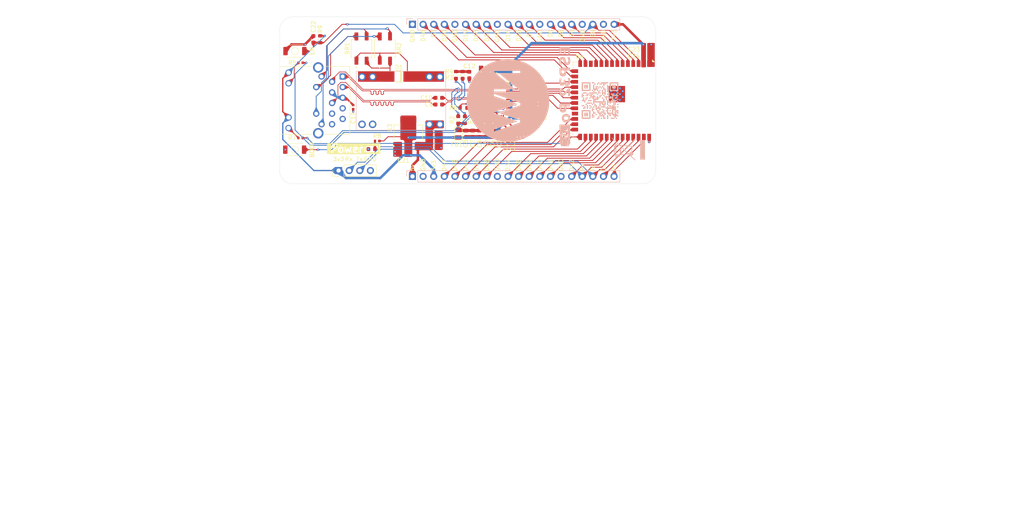
<source format=kicad_pcb>
(kicad_pcb (version 20241229) (generator "pcbnew") (generator_version "9.0")
  (layers (0 "F.Cu" signal) (4 "In1.Cu" power) (6 "In2.Cu" power) (2 "B.Cu" signal) (13 "F.Paste" user) (15 "B.Paste" user) (5 "F.SilkS" user "F.Silkscreen") (7 "B.SilkS" user "B.Silkscreen") (1 "F.Mask" user) (3 "B.Mask" user) (25 "Edge.Cuts" user))
  (net 0 "")
  (net 1 "GND")
  (net 2 "+5V")
  (net 3 "/LAN/ETH.RX+")
  (net 4 "/LAN/ETH.RX-")
  (net 5 "/LAN/CLKIN")
  (net 6 "+3.3V")
  (net 7 "+3.3VA")
  (net 8 "/LAN/VINC")
  (net 9 "/LAN/VIND")
  (net 10 "/LAN/VINB")
  (net 11 "/LAN/VINA")
  (net 12 "/LAN/ETH.LEDG")
  (net 13 "/LAN/ETH.LEDY")
  (net 14 "/LAN/ETH.TX-")
  (net 15 "/LAN/RX+")
  (net 16 "/LAN/RX-")
  (net 17 "Net-(U2-LEDY_K)")
  (net 20 "Net-(U2-LEDG_K)")
  (net 23 "/LAN/ETH.TX+")
  (net 24 "Net-(C11-Pad1)")
  (net 25 "Net-(C12-Pad1)")
  (net 26 "Net-(U1-1V2O)")
  (net 27 "Net-(U1-TOCAP)")
  (net 28 "Net-(U1-EXRES1)")
  (net 44 "/ESP/LAN.~{INT}")
  (net 45 "/ESP/LAN.MISO")
  (net 46 "/ESP/IO3")
  (net 47 "/ESP/IO36")
  (net 48 "/ESP/IO17")
  (net 49 "/ESP/LAN.MOSI")
  (net 50 "/ESP/IO16")
  (net 51 "/ESP/IO37")
  (net 52 "/ESP/IO46")
  (net 53 "/ESP/IO35")
  (net 54 "/ESP/LAN.~{RST}")
  (net 55 "/ESP/IO18")
  (net 56 "/ESP/IO19")
  (net 57 "/ESP/IO20")
  (net 58 "/ESP/LAN.SCLK")
  (net 59 "/ESP/IO38")
  (net 61 "/ESP/LAN.~{SCS}")
  (net 62 "/ESP/IO15")
  (net 63 "/ESP/IO47")
  (net 64 "/ESP/EN")
  (net 65 "Net-(D3-A)")
  (net 66 "/ESP/TX")
  (net 67 "/ESP/RX")
  (net 68 "/ESP/BOOT_OPT")
  (net 69 "/ESP/IO5")
  (net 70 "/ESP/IO6")
  (net 71 "/ESP/IO4")
  (net 72 "/ESP/IO7")
  (net 74 "Net-(BR1--)")
  (net 75 "Net-(BR1-+)")
  (net 77 "/ESP/IO45")
  (net 78 "/ESP/IO42")
  (net 79 "/ESP/IO39")
  (net 80 "/ESP/IO40")
  (net 81 "/ESP/IO41")
  (net 82 "/ESP/IO48")
  (net 83 "/ESP/IO1")
  (net 84 "/ESP/IO2")
  (footprint "Capacitor_SMD:C_0603_1608Metric" (layer "F.Cu") (at 184.225 69.4)
    (property "Reference" "C24")
    (property "Value" "100n" (hide yes))
  )
  (footprint "Resistor_SMD:R_0603_1608Metric" (layer "F.Cu") (at 139.15 84.675 90)
    (property "Reference" "R2")
    (property "Value" "49R9" (hide yes))
  )
  (footprint "ESP32PoE:SMD3225-4P" (layer "F.Cu") (at 155.8 83.2 90)
    (property "Reference" "Y1")
    (property "Value" "XO32F025000GEHE001" (hide yes))
  )
  (footprint "Resistor_SMD:R_0603_1608Metric" (layer "F.Cu") (at 106.075 65.375 -90)
    (property "Reference" "R9")
    (property "Value" "10k" (hide yes))
  )
  (footprint "Capacitor_SMD:C_0603_1608Metric" (layer "F.Cu") (at 134.5 81 180)
    (property "Reference" "C9")
    (property "Value" "6.8n" (hide yes))
  )
  (footprint "Package_QFP:LQFP-48_7x7mm_P0.5mm" (layer "F.Cu") (at 147.195 80.045)
    (property "Reference" "U1")
    (property "Value" "W5500" (hide yes))
  )
  (footprint "Capacitor_SMD:C_0603_1608Metric" (layer "F.Cu") (at 147.4 88 -90)
    (property "Reference" "C4")
    (property "Value" "100n" (hide yes))
  )
  (footprint "ESP32PoE:SMAJ58A" (layer "F.Cu") (at 124.95 74.3 180)
    (property "Reference" "D1")
    (property "Value" "SMAJ58A" (hide yes))
  )
  (footprint "Capacitor_SMD:C_0603_1608Metric" (layer "F.Cu") (at 141 88 -90)
    (property "Reference" "C8")
    (property "Value" "10u" (hide yes))
  )
  (footprint "Capacitor_SMD:C_0603_1608Metric" (layer "F.Cu") (at 184.225 67.8)
    (property "Reference" "C23")
    (property "Value" "10u" (hide yes))
  )
  (footprint "Capacitor_SMD:C_0603_1608Metric" (layer "F.Cu") (at 149 88 -90)
    (property "Reference" "C3")
    (property "Value" "100n" (hide yes))
  )
  (footprint "ESP32PoE:SMD,3x4mm" (layer "F.Cu") (at 100.055 68.2)
    (property "Reference" "SW1" (hide yes))
    (property "Value" "SW_Push" (hide yes))
  )
  (footprint "Capacitor_SMD:C_0603_1608Metric" (layer "F.Cu") (at 152.2 88 -90)
    (property "Reference" "C13")
    (property "Value" "10n" (hide yes))
  )
  (footprint "MountingHole:MountingHole_2.2mm_M2" (layer "F.Cu") (at 99.6 63.2)
    (property "Reference" "H1" (hide yes))
    (property "Value" "MountingHole" (hide yes))
  )
  (footprint "MountingHole:MountingHole_2.2mm_M2" (layer "F.Cu") (at 99.6 96.8)
    (property "Reference" "H2" (hide yes))
    (property "Value" "MountingHole" (hide yes))
  )
  (footprint "Capacitor_SMD:C_0603_1608Metric" (layer "F.Cu") (at 158.2 83.4 -90)
    (property "Reference" "C19")
    (property "Value" "15p" (hide yes))
  )
  (footprint "Capacitor_SMD:C_0402_1005Metric" (layer "F.Cu") (at 114 81.6 -90)
    (property "Reference" "C11")
    (property "Value" "100n" (hide yes))
  )
  (footprint "Capacitor_SMD:C_0603_1608Metric" (layer "F.Cu") (at 142.6 88 -90)
    (property "Reference" "C7")
    (property "Value" "100n" (hide yes))
  )
  (footprint "RF_Module:ESP32-S3-WROOM-1" (layer "F.Cu") (at 179.6 80 -90)
    (property "Reference" "U4")
    (property "Value" "ESP32-S3-WROOM-1" (hide yes))
  )
  (footprint "Capacitor_SMD:C_0603_1608Metric" (layer "F.Cu") (at 104.475 65.375 90)
    (property "Reference" "C22")
    (property "Value" "100n" (hide yes))
  )
  (footprint "Resistor_SMD:R_0402_1005Metric" (layer "F.Cu") (at 119.735 89.72)
    (property "Reference" "R8")
    (property "Value" "1k" (hide yes))
  )
  (footprint "Capacitor_SMD:C_0603_1608Metric" (layer "F.Cu") (at 155.6 80.4)
    (property "Reference" "C18")
    (property "Value" "15p" (hide yes))
  )
  (footprint "Capacitor_SMD:C_0603_1608Metric" (layer "F.Cu") (at 145.4 74 180)
    (property "Reference" "C2")
    (property "Value" "100n" (hide yes))
  )
  (footprint "ESP32PoE:CDBHM1100L-G" (layer "F.Cu") (at 116 67.6 90)
    (property "Reference" "BR1")
    (property "Value" "~" (hide yes))
  )
  (footprint "Resistor_SMD:R_0603_1608Metric" (layer "F.Cu") (at 140.425 81.8 180)
    (property "Reference" "R6")
    (property "Value" "12.4k" (hide yes))
  )
  (footprint "Resistor_SMD:R_0402_1005Metric" (layer "F.Cu") (at 101.4 71 180)
    (property "Reference" "R5")
    (property "Value" "470" (hide yes))
  )
  (footprint "MountingHole:MountingHole_2.2mm_M2" (layer "F.Cu") (at 183.2 96.8)
    (property "Reference" "H4" (hide yes))
    (property "Value" "MountingHole" (hide yes))
  )
  (footprint "Capacitor_SMD:C_0603_1608Metric" (layer "F.Cu") (at 134.5 79.4 180)
    (property "Reference" "C10")
    (property "Value" "6.8n" (hide yes))
  )
  (footprint "Package_TO_SOT_SMD:SOT-223-3_TabPin2" (layer "F.Cu") (at 127.2 87.8 90)
    (property "Reference" "U3")
    (property "Value" "AMS1117-3.3" (hide yes))
  )
  (footprint "Capacitor_SMD:C_0603_1608Metric" (layer "F.Cu") (at 155 86.8 90)
    (property "Reference" "C17")
    (property "Value" "100n" (hide yes))
  )
  (footprint "ESP32PoE:CDBHM1100L-G" (layer "F.Cu") (at 121.6 67.6 90)
    (property "Reference" "BR2")
    (property "Value" "~" (hide yes))
  )
  (footprint "Resistor_SMD:R_0603_1608Metric" (layer "F.Cu") (at 140.2 73.925 90)
    (property "Reference" "R3")
    (property "Value" "49R9" (hide yes))
  )
  (footprint "Capacitor_SMD:C_0603_1608Metric" (layer "F.Cu") (at 145.8 88 -90)
    (property "Reference" "C5")
    (property "Value" "100n" (hide yes))
  )
  (footprint "Resistor_SMD:R_0603_1608Metric" (layer "F.Cu") (at 138.6 73.925 90)
    (property "Reference" "R4")
    (property "Value" "49R9" (hide yes))
  )
  (footprint "LED_SMD:LED_0603_1608Metric" (layer "F.Cu") (at 118.435 91.67)
    (property "Reference" "D3" (hide yes))
    (property "Value" "LED" (hide yes))
  )
  (footprint "ESP32PoE:SMD,3x4mm" (layer "F.Cu") (at 100 91.8)
    (property "Reference" "SW2" (hide yes))
    (property "Value" "SW_Push" (hide yes))
  )
  (footprint "Capacitor_SMD:C_0603_1608Metric" (layer "F.Cu") (at 144.2 88 -90)
    (property "Reference" "C6")
    (property "Value" "100n" (hide yes))
  )
  (footprint "MountingHole:MountingHole_2.2mm_M2" (layer "F.Cu") (at 183.2 63.2)
    (property "Reference" "H3" (hide yes))
    (property "Value" "MountingHole" (hide yes))
  )
  (footprint "Capacitor_SMD:C_0603_1608Metric" (layer "F.Cu") (at 133.2 91.4)
    (property "Reference" "C20" (hide yes))
    (property "Value" "22u" (hide yes))
  )
  (footprint "Capacitor_SMD:C_0603_1608Metric" (layer "F.Cu") (at 133.2 87.8 180)
    (property "Reference" "C15" (hide yes))
    (property "Value" "100n" (hide yes))
  )
  (footprint "Capacitor_SMD:C_0805_2012Metric" (layer "F.Cu") (at 133.425 89.6)
    (property "Reference" "C16" (hide yes))
    (property "Value" "22u" (hide yes))
  )
  (footprint "Capacitor_SMD:C_0603_1608Metric" (layer "F.Cu") (at 126 93 180)
    (property "Reference" "C21")
    (property "Value" "22u" (hide yes))
  )
  (footprint "Connector_PinHeader_2.54mm:PinHeader_1x04_P2.54mm_Vertical" (layer "F.Cu") (at 110.51 96.8 90)
    (property "Reference" "J3" (hide yes))
    (property "Value" "Conn_01x04_Pin" (hide yes))
  )
  (footprint "ESP32PoE:L0805" (layer "F.Cu") (at 139.2 88 90)
    (property "Reference" "FB1")
    (property "Value" "MH2029-300Y" (hide yes))
  )
  (footprint "Resistor_SMD:R_0402_1005Metric" (layer "F.Cu") (at 101.4 89 180)
    (property "Reference" "R7")
    (property "Value" "470" (hide yes))
  )
  (footprint "ESP32PoE:TRJG0926HENL" (layer "F.Cu") (at 102.6 80 -90)
    (property "Reference" "U2" (hide yes))
    (property "Value" "MagJack-A70-112-331N126" (hide yes))
  )
  (footprint "Resistor_SMD:R_0603_1608Metric" (layer "F.Cu") (at 140.75 84.7 90)
    (property "Reference" "R1")
    (property "Value" "49R9" (hide yes))
  )
  (footprint "Capacitor_SMD:C_0603_1608Metric" (layer "F.Cu") (at 145.4 72.4 180)
    (property "Reference" "C1")
    (property "Value" "10u" (hide yes))
  )
  (footprint "Capacitor_SMD:C_0603_1608Metric" (layer "F.Cu") (at 141.8 73.925 -90)
    (property "Reference" "C12")
    (property "Value" "22n" (hide yes))
  )
  (footprint "Capacitor_SMD:C_0603_1608Metric" (layer "F.Cu") (at 150.6 88 -90)
    (property "Reference" "C14")
    (property "Value" "4.7u" (hide yes))
  )
  (footprint "ESP32PoE:AG9905LP" (layer "B.Cu") (at 125.45 80.05 180)
    (property "Reference" "U7" (hide yes))
    (property "Value" "AG9905LP" (hide yes))
  )
  (footprint "Symbol:WEEE-Logo_5.6x8mm_SilkScreen" (layer "B.Cu") (at 179.85 91.85 -90)
    (property "Reference" "SS3" (hide yes))
    (property "Value" "WEEE-Logo_5.6x8mm_SilkScreen" (hide yes))
  )
  (footprint "ESP32PoE:Logo" (layer "B.Cu") (at 151.1 80 -90)
    (property "Reference" "SS1" (hide yes))
    (property "Value" "LOGO" (hide yes))
  )
  (footprint "Connector_PinHeader_2.54mm:PinHeader_1x20_P2.54mm_Vertical" (layer "B.Cu") (at 128.2 98.2 -90)
    (property "Reference" "J1" (hide yes))
    (property "Value" "Conn_01x20_Pin" (hide yes))
  )
  (footprint "ESP32PoE:QR-Code" (layer "B.Cu") (at 173.1 80.05 -90)
    (property "Reference" "G***" (hide yes))
    (property "Value" "LOGO" (hide yes))
  )
  (footprint "Connector_PinHeader_2.54mm:PinHeader_1x20_P2.54mm_Vertical" (layer "B.Cu") (at 128.2 61.8 -90)
    (property "Reference" "J2" (hide yes))
    (property "Value" "Conn_01x20_Pin" (hide yes))
  )
  (gr_line (start 183.2 100) (end 99.6 100) (stroke (width 0.05)) (layer "Edge.Cuts"))
  (gr_line (start 99.6 60) (end 183.2 60) (stroke (width 0.05)) (layer "Edge.Cuts"))
  (gr_line (start 96.4 96.8) (end 96.4 63.2) (stroke (width 0.05)) (layer "Edge.Cuts"))
  (gr_arc (start 96.4 63.2) (mid 97.337258 60.937258) (end 99.6 60) (stroke (width 0.05)) (layer "Edge.Cuts"))
  (gr_arc (start 186.4 96.8) (mid 185.462742 99.062742) (end 183.2 100) (stroke (width 0.05)) (layer "Edge.Cuts"))
  (gr_arc (start 99.6 100) (mid 97.337258 99.062742) (end 96.4 96.8) (stroke (width 0.05)) (layer "Edge.Cuts"))
  (gr_line (start 186.4 63.2) (end 186.4 96.8) (stroke (width 0.05)) (layer "Edge.Cuts"))
  (gr_arc (start 183.2 60) (mid 185.462742 60.937258) (end 186.4 63.2) (stroke (width 0.05)) (layer "Edge.Cuts"))
  (gr_text "D37" (at 151.05 97.1 90) (layer "F.SilkS") (effects (font (size 1 1)) (justify left)))
  (gr_text "D39" (at 156.15 97.1 90) (layer "F.SilkS") (effects (font (size 1 1)) (justify left)))
  (gr_text "BOOT" (at 104.15 91.8 90) (layer "F.SilkS") (effects (font (size 1 1) (thickness 0.2) (bold yes))))
  (gr_text "D3" (at 133.25 62.95 90) (layer "F.SilkS") (effects (font (size 1 1)) (justify right)))
  (gr_text "5v" (at 128.2 97.1 90) (layer "F.SilkS") (effects (font (size 1 1)) (justify left)))
  (gr_text "D15" (at 153.6 62.95 90) (layer "F.SilkS") (effects (font (size 1 1)) (justify right)))
  (gr_text "3v3" (at 110.5 94.05 0) (layer "F.SilkS") (effects (font (size 1 1))))
  (gr_text "D41" (at 161.25 97.1 90) (layer "F.SilkS") (effects (font (size 1 1)) (justify left)))
  (gr_text "Tx" (at 171.4 97.1 90) (layer "F.SilkS") (effects (font (size 1 1)) (justify left)))
  (gr_text "GND" (at 148.5 62.95 90) (layer "F.SilkS") (effects (font (size 1 1)) (justify right)))
  (gr_text "Rx" (at 112.95 94.05 0) (layer "F.SilkS") (effects (font (size 1 1))))
  (gr_text "Rx" (at 168.85 97.1 90) (layer "F.SilkS") (effects (font (size 1 1)) (justify left)))
  (gr_text "GND" (at 138.35 62.95 90) (layer "F.SilkS") (effects (font (size 1 1)) (justify right)))
  (gr_text "D5" (at 163.75 62.95 90) (layer "F.SilkS") (effects (font (size 1 1)) (justify right)))
  (gr_text "D47" (at 135.85 97.1 90) (layer "F.SilkS") (effects (font (size 1 1)) (justify left)))
  (gr_text "GND" (at 173.9 62.95 90) (layer "F.SilkS") (effects (font (size 1 1)) (justify right)))
  (gr_text "D40" (at 158.7 97.1 90) (layer "F.SilkS") (effects (font (size 1 1)) (justify left)))
  (gr_text "GND" (at 130.75 97.1 90) (layer "F.SilkS") (effects (font (size 1 1)) (justify left)))
  (gr_text "D45" (at 140.9 97.1 90) (layer "F.SilkS") (effects (font (size 1 1)) (justify left)))
  (gr_text "GND" (at 168.9 62.95 90) (layer "F.SilkS") (effects (font (size 1 1)) (justify right)))
  (gr_text "3v3" (at 133.3 97.1 90) (layer "F.SilkS") (effects (font (size 1 1)) (justify left)))
  (gr_text "D6" (at 161.2 62.95 90) (layer "F.SilkS") (effects (font (size 1 1)) (justify right)))
  (gr_text "D4" (at 166.3 62.95 90) (layer "F.SilkS") (effects (font (size 1 1)) (justify right)))
  (gr_text "GND" (at 128.2 62.95 90) (layer "F.SilkS") (effects (font (size 1 1)) (justify right)))
  (gr_text "EN" (at 171.4 62.95 90) (layer "F.SilkS") (effects (font (size 1 1)) (justify right)))
  (gr_text "D35" (at 143.45 97.1 90) (layer "F.SilkS") (effects (font (size 1 1)) (justify left)))
  (gr_text "D38" (at 153.6 97.1 90) (layer "F.SilkS") (effects (font (size 1 1)) (justify left)))
  (gr_text "D17" (at 146 62.95 90) (layer "F.SilkS") (effects (font (size 1 1)) (justify right)))
  (gr_text "D20" (at 135.85 62.95 90) (layer "F.SilkS") (effects (font (size 1 1)) (justify right)))
  (gr_text "D18" (at 143.4 62.95 90) (layer "F.SilkS") (effects (font (size 1 1)) (justify right)))
  (gr_text "D2" (at 173.9 97.1 90) (layer "F.SilkS") (effects (font (size 1 1)) (justify left)))
  (gr_text "D36" (at 146 97.1 90) (layer "F.SilkS") (effects (font (size 1 1)) (justify left)))
  (gr_text "D46" (at 130.75 62.95 90) (layer "F.SilkS") (effects (font (size 1 1)) (justify right)))
  (gr_text "GND" (at 118.1 94.05 0) (layer "F.SilkS") (effects (font (size 1 1))))
  (gr_text "D1" (at 176.45 97.1 90) (layer "F.SilkS") (effects (font (size 1 1)) (justify left)))
  (gr_text "Tx" (at 115.55 94.05 0) (layer "F.SilkS") (effects (font (size 1 1))))
  (gr_text "EN" (at 104.15 68.2 90) (layer "F.SilkS") (effects (font (size 1 1) (thickness 0.2) (bold yes))))
  (gr_text "D19" (at 140.9 62.95 90) (layer "F.SilkS") (effects (font (size 1 1)) (justify right)))
  (gr_text "GND" (at 148.5 97.1 90) (layer "F.SilkS") (effects (font (size 1 1)) (justify left)))
  (gr_text "3v3" (at 176.45 62.95 90) (layer "F.SilkS") (effects (font (size 1 1)) (justify right)))
  (gr_text "Power" (at 108.185 92.72 0) (layer "F.SilkS" knockout) (effects (font (size 1.8 1.8) (thickness 0.36) (bold yes)) (justify left bottom)))
  (gr_text "D42" (at 166.3 97.1 90) (layer "F.SilkS") (effects (font (size 1 1)) (justify left)))
  (gr_text "D16" (at 151.05 62.95 90) (layer "F.SilkS") (effects (font (size 1 1)) (justify right)))
  (gr_text "GND" (at 163.75 97.1 90) (layer "F.SilkS") (effects (font (size 1 1)) (justify left)))
  (gr_text "GND" (at 158.7 62.95 90) (layer "F.SilkS") (effects (font (size 1 1)) (justify right)))
  (gr_text "D48" (at 138.35 97.1 90) (layer "F.SilkS") (effects (font (size 1 1)) (justify left)))
  (gr_text "D7" (at 156.15 62.95 90) (layer "F.SilkS") (effects (font (size 1 1)) (justify right)))
  (gr_text "ESP32 PoE" (at 164.9 77.4 90) (layer "B.SilkS") (effects (font (size 2.5 2.5) (thickness 0.3) (bold yes)) (justify mirror)))
  (gr_text "v0.1" (at 164.85 88.7 90) (layer "B.SilkS" knockout) (effects (font (size 1.5 1.5) (thickness 0.2)) (justify mirror)))
  (segment (start 102.55 66.625) (end 102.55 66.525) (width 0.6) (layer "F.Cu") (net 1))
  (segment (start 143.0325 78.295) (end 144.005 78.295) (width 0.3) (layer "F.Cu") (net 1))
  (segment (start 154.025 88.775) (end 154.625 88.775) (width 0.9) (layer "F.Cu") (net 1))
  (segment (start 114 82.08) (end 114 82.7) (width 0.4) (layer "F.Cu") (net 1))
  (segment (start 144.945 84.2075) (end 144.945 85.295) (width 0.3) (layer "F.Cu") (net 1))
  (segment (start 139.6 81.8) (end 139.6 81.3) (width 0.2) (layer "F.Cu") (net 1))
  (segment (start 102.55 66.525) (end 104.475 64.6) (width 0.6) (layer "F.Cu") (net 1))
  (segment (start 147.445 84.2075) (end 147.445 85.495) (width 0.3) (layer "F.Cu") (net 1))
  (segment (start 153.225 88.775) (end 152.2 88.775) (width 0.9) (layer "F.Cu") (net 1))
  (segment (start 144.2 88.775) (end 142.6 88.775) (width 0.9) (layer "F.Cu") (net 1))
  (segment (start 141.3 80.85) (end 141.65 80.85) (width 0.2) (layer "F.Cu") (net 1))
  (segment (start 141.65 80.85) (end 142.095 81.295) (width 0.2) (layer "F.Cu") (net 1))
  (segment (start 145.945 85.305) (end 145.945 84.2075) (width 0.3) (layer "F.Cu") (net 1))
  (segment (start 152.545 80.795) (end 152.75 81) (width 0.3) (layer "F.Cu") (net 1))
  (segment (start 145.15 85.5) (end 145.45 85.5) (width 0.3) (layer "F.Cu") (net 1))
  (segment (start 149 88.775) (end 147.4 88.775) (width 0.9) (layer "F.Cu") (net 1))
  (segment (start 147.4 88.775) (end 145.8 88.775) (width 0.9) (layer "F.Cu") (net 1))
  (segment (start 155 87.575) (end 155 88.4) (width 0.9) (layer "F.Cu") (net 1))
  (segment (start 142.6 88.775) (end 141 88.775) (width 0.9) (layer "F.Cu") (net 1))
  (segment (start 142.095 81.295) (end 143.0325 81.295) (width 0.2) (layer "F.Cu") (net 1))
  (segment (start 147.445 85.495) (end 147.45 85.5) (width 0.3) (layer "F.Cu") (net 1))
  (segment (start 144.945 85.295) (end 145.15 85.5) (width 0.3) (layer "F.Cu") (net 1))
  (segment (start 184.86 89.94) (end 184.85 89.95) (width 0.6) (layer "F.Cu") (net 1))
  (segment (start 155 88.4) (end 154.85 88.55) (width 0.9) (layer "F.Cu") (net 1))
  (segment (start 97.805 68.045) (end 97.805 68.2) (width 0.6) (layer "F.Cu") (net 1))
  (segment (start 150.6 88.775) (end 149 88.775) (width 0.9) (layer "F.Cu") (net 1))
  (segment (start 145.45 85.5) (end 145.75 85.5) (width 0.3) (layer "F.Cu") (net 1))
  (segment (start 144.445 77.855) (end 144.445 75.8825) (width 0.3) (layer "F.Cu") (net 1))
  (segment (start 145.75 85.5) (end 145.945 85.305) (width 0.3) (layer "F.Cu") (net 1))
  (segment (start 154.625 88.775) (end 154.85 88.55) (width 0.9) (layer "F.Cu") (net 1))
  (segment (start 184.86 88.75) (end 184.86 89.94) (width 0.6) (layer "F.Cu") (net 1))
  (segment (start 99.225 66.625) (end 97.805 68.045) (width 0.6) (layer "F.Cu") (net 1))
  (segment (start 102.55 66.625) (end 99.225 66.625) (width 0.6) (layer "F.Cu") (net 1))
  (segment (start 152.2 88.775) (end 150.6 88.775) (width 0.9) (layer "F.Cu") (net 1))
  (segment (start 145.8 88.775) (end 144.2 88.775) (width 0.9) (layer "F.Cu") (net 1))
  (segment (start 140.05 80.85) (end 141.3 80.85) (width 0.2) (layer "F.Cu") (net 1))
  (segment (start 141.8 74.7) (end 141.8 75.575) (width 0.5) (layer "F.Cu") (net 1))
  (segment (start 151.3575 80.795) (end 152.545 80.795) (width 0.3) (layer "F.Cu") (net 1))
  (segment (start 154.025 88.775) (end 153.225 88.775) (width 0.9) (layer "F.Cu") (net 1))
  (segment (start 184.86 69.54) (end 185 69.4) (width 0.6) (layer "F.Cu") (net 1))
  (segment (start 139.6 81.3) (end 140.05 80.85) (width 0.2) (layer "F.Cu") (net 1))
  (segment (start 144.005 78.295) (end 144.445 77.855) (width 0.3) (layer "F.Cu") (net 1))
  (via (at 97.75 91.8) (size 0.5) (drill 0.2) (layers "F.Cu" "B.Cu") (net 1))
  (via (at 154.025 88.775) (size 0.5) (drill 0.2) (layers "F.Cu" "B.Cu") (net 1))
  (via (at 158.2 80.4) (size 0.5) (drill 0.2) (layers "F.Cu" "B.Cu") (net 1))
  (via (at 145.45 85.5) (size 0.5) (drill 0.2) (layers "F.Cu" "B.Cu") (net 1))
  (via (at 153.225 88.775) (size 0.5) (drill 0.2) (layers "F.Cu" "B.Cu") (net 1))
  (via (at 117.6475 91.67) (size 0.5) (drill 0.2) (layers "F.Cu" "B.Cu") (net 1))
  (via (at 152.75 81) (size 0.5) (drill 0.2) (layers "F.Cu" "B.Cu") (net 1))
  (via (at 141.8 75.575) (size 0.5) (drill 0.2) (layers "F.Cu" "B.Cu") (net 1))
  (via (at 135.05 91.35) (size 0.5) (drill 0.2) (layers "F.Cu" "B.Cu") (net 1))
  (via (at 124.05 93.15) (size 0.5) (drill 0.2) (layers "F.Cu" "B.Cu") (net 1))
  (via (at 141.3 80.85) (size 0.5) (drill 0.2) (layers "F.Cu" "B.Cu") (net 1))
  (via (at 144.65 73.2) (size 0.5) (drill 0.2) (layers "F.Cu" "B.Cu") (net 1))
  (via (at 114 82.7) (size 0.5) (drill 0.2) (layers "F.Cu" "B.Cu") (net 1))
  (via (at 124.05 92.3) (size 0.5) (drill 0.2) (layers "F.Cu" "B.Cu") (net 1))
  (via (at 184.85 89.95) (size 0.5) (drill 0.2) (layers "F.Cu" "B.Cu") (net 1))
  (via (at 102.55 66.625) (size 0.5) (drill 0.2) (layers "F.Cu" "B.Cu") (net 1))
  (via (at 185.35 66.65) (size 0.5) (drill 0.2) (layers "F.Cu" "B.Cu") (net 1))
  (via (at 158.2 81.3) (size 0.5) (drill 0.2) (layers "F.Cu" "B.Cu") (net 1))
  (via (at 147.45 85.5) (size 0.5) (drill 0.2) (layers "F.Cu" "B.Cu") (net 1))
  (via (at 154.85 88.55) (size 0.5) (drill 0.2) (layers "F.Cu" "B.Cu") (net 1))
  (segment (start 118.11 97.54) (end 118.11 96.8) (width 0.3) (layer "B.Cu") (net 1))
  (segment (start 129.5 94.25) (end 128.2 95.55) (width 0.6) (layer "F.Cu") (net 2))
  (segment (start 129.5 90.95) (end 129.5 94.25) (width 0.6) (layer "F.Cu") (net 2))
  (segment (start 128.2 95.55) (end 128.2 98.2) (width 0.6) (layer "F.Cu") (net 2))
  (segment (start 136.611701 80.3758) (end 135.987501 81) (width 0.1516) (layer "F.Cu") (net 3))
  (segment (start 141.926249 79.795) (end 141.852049 79.7208) (width 0.1516) (layer "F.Cu") (net 3))
  (segment (start 141.852049 79.7208) (end 139.3742 79.7208) (width 0.1516) (layer "F.Cu") (net 3))
  (segment (start 138.12782 79.7208) (end 137.47282 80.3758) (width 0.1516) (layer "F.Cu") (net 3))
  (segment (start 135.987501 81) (end 135.275 81) (width 0.1516) (layer "F.Cu") (net 3))
  (segment (start 139.3742 79.7208) (end 139.2 79.895) (width 0.1516) (layer "F.Cu") (net 3))
  (segment (start 143.0325 79.795) (end 141.926249 79.795) (width 0.1516) (layer "F.Cu") (net 3))
  (segment (start 137.47282 80.3758) (end 136.611701 80.3758) (width 0.1516) (layer "F.Cu") (net 3))
  (segment (start 140.2 74.75) (end 140.2 75.575) (width 0.2) (layer "F.Cu") (net 3))
  (segment (start 139.2 79.895) (end 139.0258 79.7208) (width 0.1516) (layer "F.Cu") (net 3))
  (segment (start 139.0258 79.7208) (end 138.12782 79.7208) (width 0.1516) (layer "F.Cu") (net 3))
  (via (at 139.2 79.895) (size 0.5) (drill 0.2) (layers "F.Cu" "B.Cu") (net 3))
  (via (at 140.2 75.575) (size 0.5) (drill 0.2) (layers "F.Cu" "B.Cu") (net 3))
  (segment (start 140.7 76.075) (end 140.2 75.575) (width 0.21) (layer "B.Cu") (net 3))
  (segment (start 139.2 79.895) (end 139.655 79.895) (width 0.21) (layer "B.Cu") (net 3))
  (segment (start 140.7 78.85) (end 140.7 76.075) (width 0.21) (layer "B.Cu") (net 3))
  (segment (start 139.655 79.895) (end 140.7 78.85) (width 0.21) (layer "B.Cu") (net 3))
  (segment (start 139.2 79.195) (end 139.0258 79.3692) (width 0.1516) (layer "F.Cu") (net 4))
  (segment (start 141.852049 79.3692) (end 139.3742 79.3692) (width 0.1516) (layer "F.Cu") (net 4))
  (segment (start 137.98218 79.3692) (end 137.32718 80.0242) (width 0.1516) (layer "F.Cu") (net 4))
  (segment (start 138.6 74.75) (end 138.6 75.575) (width 0.2) (layer "F.Cu") (net 4))
  (segment (start 141.926249 79.295) (end 141.852049 79.3692) (width 0.1516) (layer "F.Cu") (net 4))
  (segment (start 137.32718 80.0242) (end 136.611701 80.0242) (width 0.1516) (layer "F.Cu") (net 4))
  (segment (start 139.0258 79.3692) (end 137.98218 79.3692) (width 0.1516) (layer "F.Cu") (net 4))
  (segment (start 136.611701 80.0242) (end 135.987501 79.4) (width 0.1516) (layer "F.Cu") (net 4))
  (segment (start 135.987501 79.4) (end 135.275 79.4) (width 0.1516) (layer "F.Cu") (net 4))
  (segment (start 143.0325 79.295) (end 141.926249 79.295) (width 0.1516) (layer "F.Cu") (net 4))
  (segment (start 139.3742 79.3692) (end 139.2 79.195) (width 0.1516) (layer "F.Cu") (net 4))
  (via (at 139.2 79.195) (size 0.5) (drill 0.2) (layers "F.Cu" "B.Cu") (net 4))
  (via (at 138.6 75.575) (size 0.5) (drill 0.2) (layers "F.Cu" "B.Cu") (net 4))
  (segment (start 140 76.65) (end 138.925 75.575) (width 0.21) (layer "B.Cu") (net 4))
  (segment (start 140 78.4) (end 140 76.65) (width 0.21) (layer "B.Cu") (net 4))
  (segment (start 138.925 75.575) (end 138.6 75.575) (width 0.21) (layer "B.Cu") (net 4))
  (segment (start 139.2 79.195) (end 139.205 79.195) (width 0.21) (layer "B.Cu") (net 4))
  (segment (start 139.205 79.195) (end 140 78.4) (width 0.21) (layer "B.Cu") (net 4))
  (segment (start 154.85 80.425) (end 154.825 80.4) (width 0.6) (layer "F.Cu") (net 5))
  (segment (start 154.72 80.295) (end 154.825 80.4) (width 0.2) (layer "F.Cu") (net 5))
  (segment (start 154.85 82.025) (end 154.85 80.425) (width 0.6) (layer "F.Cu") (net 5))
  (segment (start 154.925 82.1) (end 154.85 82.025) (width 0.6) (layer "F.Cu") (net 5))
  (segment (start 151.3575 80.295) (end 154.72 80.295) (width 0.2) (layer "F.Cu") (net 5))
  (segment (start 183.45 66.65) (end 178.6 61.8) (width 0.6) (layer "F.Cu") (net 6))
  (segment (start 183.55 71.21) (end 183.59 71.25) (width 0.6) (layer "F.Cu") (net 6))
  (segment (start 120.245 89.72) (end 121.33 89.72) (width 0.2) (layer "F.Cu") (net 6))
  (segment (start 97.15 82.7) (end 97.15 74.76) (width 0.3) (layer "F.Cu") (net 6))
  (segment (start 158.2 84.175) (end 156.8 84.175) (width 0.6) (layer "F.Cu") (net 6))
  (segment (start 149.145 81.295) (end 146.445 78.595) (width 0.3) (layer "F.Cu") (net 6))
  (segment (start 154.925 84.3) (end 153.7 84.3) (width 0.6) (layer "F.Cu") (net 6))
  (segment (start 178.6 61.8) (end 176.46 61.8) (width 0.6) (layer "F.Cu") (net 6))
  (segment (start 146.445 78.595) (end 146.445 75.8825) (width 0.3) (layer "F.Cu") (net 6))
  (segment (start 157.325 86.025) (end 158.2 85.15) (width 0.6) (layer "F.Cu") (net 6))
  (segment (start 155 86.025) (end 155 84.375) (width 0.6) (layer "F.Cu") (net 6))
  (segment (start 139.2 88.889) (end 137.811 88.889) (width 0.6) (layer "F.Cu") (net 6))
  (segment (start 121.33 89.72) (end 122.35 88.7) (width 0.2) (layer "F.Cu") (net 6))
  (segment (start 137.811 88.889) (end 137.8 88.9) (width 0.6) (layer "F.Cu") (net 6))
  (segment (start 151.3575 81.295) (end 149.145 81.295) (width 0.3) (layer "F.Cu") (net 6))
  (segment (start 97.15 74.76) (end 98.54 73.37) (width 0.3) (layer "F.Cu") (net 6))
  (segment (start 98.54 84.09) (end 97.15 82.7) (width 0.3) (layer "F.Cu") (net 6))
  (segment (start 155 86.025) (end 157.325 86.025) (width 0.6) (layer "F.Cu") (net 6))
  (segment (start 106.075 64.55) (end 107.25 64.55) (width 0.2) (layer "F.Cu") (net 6))
  (segment (start 158.2 85.15) (end 158.2 84.175) (width 0.6) (layer "F.Cu") (net 6))
  (segment (start 183.45 69.4) (end 183.55 69.5) (width 0.6) (layer "F.Cu") (net 6))
  (segment (start 155 84.375) (end 154.925 84.3) (width 0.6) (layer "F.Cu") (net 6))
  (segment (start 156.8 84.175) (end 156.675 84.3) (width 0.6) (layer "F.Cu") (net 6))
  (segment (start 122.35 88.7) (end 125.7 88.7) (width 0.2) (layer "F.Cu") (net 6))
  (via (at 153.7 84.3) (size 0.5) (drill 0.2) (layers "F.Cu" "B.Cu") (net 6))
  (via (at 146.85 73.2) (size 0.5) (drill 0.2) (layers "F.Cu" "B.Cu") (net 6))
  (via (at 127.8 93.15) (size 0.5) (drill 0.2) (layers "F.Cu" "B.Cu") (net 6))
  (via (at 127.2 88.9) (size 0.5) (drill 0.2) (layers "F.Cu" "B.Cu") (net 6))
  (via (at 183.45 66.65) (size 0.5) (drill 0.2) (layers "F.Cu" "B.Cu") (net 6))
  (via (at 107.25 64.55) (size 0.5) (drill 0.2) (layers "F.Cu" "B.Cu") (net 6))
  (via (at 137.8 88.9) (size 0.5) (drill 0.2) (layers "F.Cu" "B.Cu") (net 6))
  (segment (start 112.31 98.6) (end 110.51 96.8) (width 0.6) (layer "B.Cu") (net 6))
  (segment (start 97.15 89.35) (end 104.6 96.8) (width 0.3) (layer "B.Cu") (net 6))
  (segment (start 133.28 98.2) (end 133.28 96.53) (width 0.6) (layer "B.Cu") (net 6))
  (segment (start 125.95 93.15) (end 120.5 98.6) (width 0.6) (layer "B.Cu") (net 6))
  (segment (start 107.25 64.55) (end 98.54 73.26) (width 0.2) (layer "B.Cu") (net 6))
  (segment (start 156.75 66.3) (end 151.8 71.25) (width 0.6) (layer "B.Cu") (net 6))
  (segment (start 151.8 71.25) (end 151.8 73.2) (width 0.6) (layer "B.Cu") (net 6))
  (segment (start 151.8 83.75) (end 146.65 88.9) (width 0.6) (layer "B.Cu") (net 6))
  (segment (start 104.6 96.8) (end 110.51 96.8) (width 0.3) (layer "B.Cu") (net 6))
  (segment (start 152.35 84.3) (end 151.8 83.75) (width 0.6) (layer "B.Cu") (net 6))
  (segment (start 98.54 84.09) (end 97.15 85.48) (width 0.3) (layer "B.Cu") (net 6))
  (segment (start 127.8 93.15) (end 125.95 93.15) (width 0.6) (layer "B.Cu") (net 6))
  (segment (start 153.7 84.3) (end 152.35 84.3) (width 0.6) (layer "B.Cu") (net 6))
  (segment (start 183.45 66.65) (end 183.1 66.3) (width 0.6) (layer "B.Cu") (net 6))
  (segment (start 98.54 73.26) (end 98.54 73.37) (width 0.2) (layer "B.Cu") (net 6))
  (segment (start 183.1 66.3) (end 156.75 66.3) (width 0.6) (layer "B.Cu") (net 6))
  (segment (start 120.5 98.6) (end 112.31 98.6) (width 0.6) (layer "B.Cu") (net 6))
  (segment (start 146.65 88.9) (end 137.8 88.9) (width 0.6) (layer "B.Cu") (net 6))
  (segment (start 127.2 88.9) (end 137.8 88.9) (width 0.6) (layer "B.Cu") (net 6))
  (segment (start 146.85 73.2) (end 151.8 73.2) (width 0.6) (layer "B.Cu") (net 6))
  (segment (start 97.15 85.48) (end 97.15 89.35) (width 0.3) (layer "B.Cu") (net 6))
  (segment (start 129.9 93.15) (end 127.8 93.15) (width 0.6) (layer "B.Cu") (net 6))
  (segment (start 151.8 73.2) (end 151.8 83.75) (width 0.6) (layer "B.Cu") (net 6))
  (segment (start 133.28 96.53) (end 129.9 93.15) (width 0.6) (layer "B.Cu") (net 6))
  (segment (start 148.445 83.145) (end 148.15 82.85) (width 0.3) (layer "F.Cu") (net 7))
  (segment (start 144.05 80.8) (end 144.4 80.8) (width 0.3) (layer "F.Cu") (net 7))
  (segment (start 139.15 85.5) (end 139.15 87.061) (width 0.5) (layer "F.Cu") (net 7))
  (segment (start 144.7 82.85) (end 144.4 82.55) (width 0.3) (layer "F.Cu") (net 7))
  (segment (start 146.65 82.85) (end 145.1 82.85) (width 0.3) (layer "F.Cu") (net 7))
  (segment (start 145.445 82.855) (end 145.45 82.85) (width 0.3) (layer "F.Cu") (net 7))
  (segment (start 139.15 87.061) (end 139.2 87.111) (width 0.5) (layer "F.Cu") (net 7))
  (segment (start 142.6 87.225) (end 141 87.225) (width 0.6) (layer "F.Cu") (net 7))
  (segment (start 144.2 87.225) (end 142.6 87.225) (width 0.6) (layer "F.Cu") (net 7))
  (segment (start 144.145 78.795) (end 144.4 79.05) (width 0.3) (layer "F.Cu") (net 7))
  (segment (start 144.4 79.05) (end 144.4 81.15) (width 0.3) (layer "F.Cu") (net 7))
  (segment (start 148.15 82.85) (end 146.65 82.85) (width 0.3) (layer "F.Cu") (net 7))
  (segment (start 146.445 85.395) (end 147.4 86.35) (width 0.3) (layer "F.Cu") (net 7))
  (segment (start 139.175 85.525) (end 139.15 85.5) (width 0.5) (layer "F.Cu") (net 7))
  (segment (start 144.4 82.55) (end 144.4 82.295) (width 0.3) (layer "F.Cu") (net 7))
  (segment (start 145.45 82.85) (end 145.1 82.85) (width 0.3) (layer "F.Cu") (net 7))
  (segment (start 145.1 82.85) (end 144.7 82.85) (width 0.3) (layer "F.Cu") (net 7))
  (segment (start 148.445 84.2075) (end 148.445 83.145) (width 0.3) (layer "F.Cu") (net 7))
  (segment (start 143.0325 78.795) (end 144.145 78.795) (width 0.3) (layer "F.Cu") (net 7))
  (segment (start 145.445 84.2075) (end 145.445 82.855) (width 0.3) (layer "F.Cu") (net 7))
  (segment (start 147.4 87.225) (end 145.8 87.225) (width 0.6) (layer "F.Cu") (net 7))
  (segment (start 149 87.225) (end 147.4 87.225) (width 0.6) (layer "F.Cu") (net 7))
  (segment (start 145.8 87.225) (end 144.2 87.225) (width 0.6) (layer "F.Cu") (net 7))
  (segment (start 146.445 84.2075) (end 146.445 85.395) (width 0.3) (layer "F.Cu") (net 7))
  (segment (start 140.75 85.525) (end 139.175 85.525) (width 0.5) (layer "F.Cu") (net 7))
  (segment (start 143.0325 80.795) (end 144.045 80.795) (width 0.3) (layer "F.Cu") (net 7))
  (segment (start 139.314 87.225) (end 139.2 87.111) (width 0.6) (layer "F.Cu") (net 7))
  (segment (start 141 87.225) (end 139.314 87.225) (width 0.6) (layer "F.Cu") (net 7))
  (segment (start 144.4 81.15) (end 144.4 82.295) (width 0.3) (layer "F.Cu") (net 7))
  (segment (start 144.4 82.295) (end 143.0325 82.295) (width 0.3) (layer "F.Cu") (net 7))
  (segment (start 144.045 80.795) (end 144.05 80.8) (width 0.3) (layer "F.Cu") (net 7))
  (segment (start 146.445 82.85) (end 146.445 84.2075) (width 0.3) (layer "F.Cu") (net 7))
  (segment (start 147.4 86.35) (end 147.4 87.225) (width 0.3) (layer "F.Cu") (net 7))
  (segment (start 122.2 62.8) (end 122.825 63.425) (width 0.2) (layer "F.Cu") (net 8))
  (segment (start 122.825 63.425) (end 122.825 64.7) (width 0.2) (layer "F.Cu") (net 8))
  (via (at 122.2 62.8) (size 0.6) (drill 0.3) (layers "F.Cu" "B.Cu") (net 8))
  (segment (start 111.7 62.9) (end 122.1 62.9) (width 0.2) (layer "B.Cu") (net 8))
  (segment (start 107.6 67) (end 111.7 62.9) (width 0.2) (layer "B.Cu") (net 8))
  (segment (start 106.4 77.8) (end 106.4 75.8) (width 0.2) (layer "B.Cu") (net 8))
  (segment (start 106.4 75.8) (end 107.6 74.6) (width 0.2) (layer "B.Cu") (net 8))
  (segment (start 105.16 83.175) (end 105.16 79.04) (width 0.2) (layer "B.Cu") (net 8))
  (segment (start 122.1 62.9) (end 122.2 62.8) (width 0.2) (layer "B.Cu") (net 8))
  (segment (start 105.16 79.04) (end 106.4 77.8) (width 0.2) (layer "B.Cu") (net 8))
  (segment (start 107.6 74.6) (end 107.6 67) (width 0.2) (layer "B.Cu") (net 8))
  (segment (start 119.05 64.7) (end 120.375 64.7) (width 0.2) (layer "F.Cu") (net 9))
  (via (at 119.05 64.7) (size 0.6) (drill 0.3) (layers "F.Cu" "B.Cu") (net 9))
  (segment (start 112.75 64.7) (end 108.05 69.4) (width 0.2) (layer "B.Cu") (net 9))
  (segment (start 106.8 85.345) (end 106.43 85.715) (width 0.2) (layer "B.Cu") (net 9))
  (segment (start 106.8 76) (end 106.8 85.345) (width 0.2) (layer "B.Cu") (net 9))
  (segment (start 108.05 69.4) (end 108.05 74.75) (width 0.2) (layer "B.Cu") (net 9))
  (segment (start 108.05 74.75) (end 106.8 76) (width 0.2) (layer "B.Cu") (net 9))
  (segment (start 119.05 64.7) (end 112.75 64.7) (width 0.2) (layer "B.Cu") (net 9))
  (segment (start 112.725 64.7) (end 114.775 64.7) (width 0.2) (layer "F.Cu") (net 10))
  (segment (start 108.6 74) (end 108.6 68.825) (width 0.2) (layer "F.Cu") (net 10))
  (segment (start 105.775 76.825) (end 108.6 74) (width 0.2) (layer "F.Cu") (net 10))
  (segment (start 108.6 68.825) (end 112.725 64.7) (width 0.2) (layer "F.Cu") (net 10))
  (segment (start 105.16 76.825) (end 105.775 76.825) (width 0.2) (layer "F.Cu") (net 10))
  (segment (start 106.43 74.285) (end 106.43 74.17) (width 0.2) (layer "F.Cu") (net 11))
  (segment (start 106.43 74.17) (end 107.8 72.8) (width 0.2) (layer "F.Cu") (net 11))
  (segment (start 117.225 63.625) (end 117.225 64.7) (width 0.2) (layer "F.Cu") (net 11))
  (segment (start 111.7 62.9) (end 116.5 62.9) (width 0.2) (layer "F.Cu") (net 11))
  (segment (start 107.8 72.8) (end 107.8 66.8) (width 0.2) (layer "F.Cu") (net 11))
  (segment (start 116.5 62.9) (end 117.225 63.625) (width 0.2) (layer "F.Cu") (net 11))
  (segment (start 107.8 66.8) (end 111.7 62.9) (width 0.2) (layer "F.Cu") (net 11))
  (segment (start 101.91 71) (end 102.8 71) (width 0.2) (layer "F.Cu") (net 12))
  (segment (start 149.95 82.8) (end 149.955 82.795) (width 0.2) (layer "F.Cu") (net 12))
  (segment (start 149.955 82.795) (end 151.3575 82.795) (width 0.2) (layer "F.Cu") (net 12))
  (via (at 149.95 82.8) (size 0.5) (drill 0.2) (layers "F.Cu" "B.Cu") (net 12))
  (via (at 102.8 71) (size 0.5) (drill 0.2) (layers "F.Cu" "B.Cu") (net 12))
  (segment (start 138.35 87.7) (end 143.25 82.8) (width 0.2) (layer "B.Cu") (net 12))
  (segment (start 103.75 90.75) (end 108.7 90.75) (width 0.2) (layer "B.Cu") (net 12))
  (segment (start 143.25 82.8) (end 149.95 82.8) (width 0.2) (layer "B.Cu") (net 12))
  (segment (start 108.7 90.75) (end 111.75 87.7) (width 0.2) (layer "B.Cu") (net 12))
  (segment (start 100.1 73.7) (end 100.1 87.1) (width 0.2) (layer "B.Cu") (net 12))
  (segment (start 100.1 87.1) (end 103.75 90.75) (width 0.2) (layer "B.Cu") (net 12))
  (segment (start 102.8 71) (end 100.1 73.7) (width 0.2) (layer "B.Cu") (net 12))
  (segment (start 111.75 87.7) (end 138.35 87.7) (width 0.2) (layer "B.Cu") (net 12))
  (segment (start 150.105 81.795) (end 151.3575 81.795) (width 0.2) (layer "F.Cu") (net 13))
  (segment (start 101.91 89) (end 103 89) (width 0.2) (layer "F.Cu") (net 13))
  (segment (start 149.95 82.05) (end 149.95 81.95) (width 0.2) (layer "F.Cu") (net 13))
  (segment (start 149.95 81.95) (end 150.105 81.795) (width 0.2) (layer "F.Cu") (net 13))
  (via (at 103 89) (size 0.5) (drill 0.2) (layers "F.Cu" "B.Cu") (net 13))
  (via (at 149.95 82.05) (size 0.5) (drill 0.2) (layers "F.Cu" "B.Cu") (net 13))
  (segment (start 138.15 87.25) (end 111.5 87.25) (width 0.2) (layer "B.Cu") (net 13))
  (segment (start 149.95 82.05) (end 143.35 82.05) (width 0.2) (layer "B.Cu") (net 13))
  (segment (start 143.35 82.05) (end 138.15 87.25) (width 0.2) (layer "B.Cu") (net 13))
  (segment (start 108.4 90.35) (end 104.35 90.35) (width 0.2) (layer "B.Cu") (net 13))
  (segment (start 104.35 90.35) (end 103 89) (width 0.2) (layer "B.Cu") (net 13))
  (segment (start 111.5 87.25) (end 108.4 90.35) (width 0.2) (layer "B.Cu") (net 13))
  (segment (start 143.0325 77.295) (end 141.926249 77.295) (width 0.1516) (layer "F.Cu") (net 14))
  (segment (start 139.0258 77.3692) (end 116.31782 77.3692) (width 0.1516) (layer "F.Cu") (net 14))
  (segment (start 139.2 77.195) (end 139.0258 77.3692) (width 0.1516) (layer "F.Cu") (net 14))
  (segment (start 110.75 73.2) (end 108.95 75) (width 0.1516) (layer "F.Cu") (net 14))
  (segment (start 112.155242 73.2) (end 110.75 73.2) (width 0.1516) (layer "F.Cu") (net 14))
  (segment (start 141.852049 77.3692) (end 139.3742 77.3692) (width 0.1516) (layer "F.Cu") (net 14))
  (segment (start 139.15 83.85) (end 139.15 83.05) (width 0.2) (layer "F.Cu") (net 14))
  (segment (start 112.97431 74.019068) (end 112.155242 73.2) (width 0.1516) (layer "F.Cu") (net 14))
  (segment (start 116.31782 77.3692) (end 112.97431 74.02569) (width 0.1516) (layer "F.Cu") (net 14))
  (segment (start 141.926249 77.295) (end 141.852049 77.3692) (width 0.1516) (layer "F.Cu") (net 14))
  (segment (start 139.3742 77.3692) (end 139.2 77.195) (width 0.1516) (layer "F.Cu") (net 14))
  (segment (start 112.97431 74.02569) (end 112.97431 74.019068) (width 0.1516) (layer "F.Cu") (net 14))
  (segment (start 108.95 75) (end 108.95 75.555) (width 0.1516) (layer "F.Cu") (net 14))
  (segment (start 139.05 77.345) (end 139.2 77.195) (width 0.2) (layer "F.Cu") (net 14))
  (via (at 139.15 83.05) (size 0.5) (drill 0.2) (layers "F.Cu" "B.Cu") (net 14))
  (via (at 139.2 77.195) (size 0.5) (drill 0.2) (layers "F.Cu" "B.Cu") (net 14))
  (segment (start 137.6 81.5) (end 137.6 78.2) (width 0.2) (layer "B.Cu") (net 14))
  (segment (start 139.15 83.05) (end 137.6 81.5) (width 0.2) (layer "B.Cu") (net 14))
  (segment (start 137.6 78.2) (end 138.605 77.195) (width 0.2) (layer "B.Cu") (net 14))
  (segment (start 138.605 77.195) (end 139.2 77.195) (width 0.2) (layer "B.Cu") (net 14))
  (segment (start 121.23909 80.999788) (end 121.23909 80.6158) (width 0.1516) (layer "F.Cu") (net 15))
  (segment (start 120.87909 81.239788) (end 120.99909 81.239788) (width 0.1516) (layer "F.Cu") (net 15))
  (segment (start 119.67909 81.239788) (end 119.79909 81.239788) (width 0.1516) (layer "F.Cu") (net 15))
  (segment (start 123.63909 80.999764) (end 123.63909 80.6158) (width 0.1516) (layer "F.Cu") (net 15))
  (segment (start 118.23909 80.6158) (end 118.23909 80.999788) (width 0.1516) (layer "F.Cu") (net 15))
  (segment (start 118.83909 80.999788) (end 118.83909 80.6158) (width 0.1516) (layer "F.Cu") (net 15))
  (segment (start 122.67909 80.3758) (end 122.79909 80.3758) (width 0.1516) (layer "F.Cu") (net 15))
  (segment (start 132.388299 80.3758) (end 133.012499 81) (width 0.1516) (layer "F.Cu") (net 15))
  (segment (start 123.03909 80.6158) (end 123.03909 80.999764) (width 0.1516) (layer "F.Cu") (net 15))
  (segment (start 112.82638 76.825) (end 116.37718 80.3758) (width 0.1516) (layer "F.Cu") (net 15))
  (segment (start 118.47909 81.239788) (end 118.59909 81.239788) (width 0.1516) (layer "F.Cu") (net 15))
  (segment (start 119.43909 80.6158) (end 119.43909 80.999788) (width 0.1516) (layer "F.Cu") (net 15))
  (segment (start 133.012499 81) (end 133.725 81) (width 0.1516) (layer "F.Cu") (net 15))
  (segment (start 123.27909 81.239764) (end 123.39909 81.239764) (width 0.1516) (layer "F.Cu") (net 15))
  (segment (start 121.47909 80.3758) (end 121.59909 80.3758) (width 0.1516) (layer "F.Cu") (net 15))
  (segment (start 120.03909 80.999788) (end 120.03909 80.6158) (width 0.1516) (layer "F.Cu") (net 15))
  (segment (start 122.07909 81.239788) (end 122.19909 81.239788) (width 0.1516) (layer "F.Cu") (net 15))
  (segment (start 124.520188 80.3758) (end 132.388299 80.3758) (width 0.1516) (layer "F.Cu") (net 15))
  (segment (start 119.07909 80.3758) (end 119.19909 80.3758) (width 0.1516) (layer "F.Cu") (net 15))
  (segment (start 120.63909 80.6158) (end 120.63909 80.999788) (width 0.1516) (layer "F.Cu") (net 15))
  (segment (start 120.27909 80.3758) (end 120.39909 80.3758) (width 0.1516) (layer "F.Cu") (net 15))
  (segment (start 122.43909 80.999788) (end 122.43909 80.6158) (width 0.1516) (layer "F.Cu") (net 15))
  (segment (start 123.99909 80.3758) (end 124.520188 80.3758) (width 0.1516) (layer "F.Cu") (net 15))
  (segment (start 116.37718 80.3758) (end 117.99909 80.3758) (width 0.1516) (layer "F.Cu") (net 15))
  (segment (start 121.83909 80.6158) (end 121.83909 80.999788) (width 0.1516) (layer "F.Cu") (net 15))
  (segment (start 123.87909 80.3758) (end 123.99909 80.3758) (width 0.1516) (layer "F.Cu") (net 15))
  (segment (start 111.49 76.825) (end 112.82638 76.825) (width 0.1516) (layer "F.Cu") (net 15))
  (arc (start 118.83909 80.6158) (mid 118.909384 80.446094) (end 119.07909 80.3758) (width 0.1516) (layer "F.Cu") (net 15))
  (arc (start 123.03909 80.999764) (mid 123.109384 81.16947) (end 123.27909 81.239764) (width 0.1516) (layer "F.Cu") (net 15))
  (arc (start 123.39909 81.239764) (mid 123.568796 81.16947) (end 123.63909 80.999764) (width 0.1516) (layer "F.Cu") (net 15))
  (arc (start 120.03909 80.6158) (mid 120.109384 80.446094) (end 120.27909 80.3758) (width 0.1516) (layer "F.Cu") (net 15))
  (arc (start 122.19909 81.239788) (mid 122.368796 81.169494) (end 122.43909 80.999788) (width 0.1516) (layer "F.Cu") (net 15))
  (arc (start 120.63909 80.999788) (mid 120.709384 81.169494) (end 120.87909 81.239788) (width 0.1516) (layer "F.Cu") (net 15))
  (arc (start 122.43909 80.6158) (mid 122.509384 80.446094) (end 122.67909 80.3758) (width 0.1516) (layer "F.Cu") (net 15))
  (arc (start 119.19909 80.3758) (mid 119.368796 80.446094) (end 119.43909 80.6158) (width 0.1516) (layer "F.Cu") (net 15))
  (arc (start 119.79909 81.239788) (mid 119.968796 81.169494) (end 120.03909 80.999788) (width 0.1516) (layer "F.Cu") (net 15))
  (arc (start 120.99909 81.239788) (mid 121.168796 81.169494) (end 121.23909 80.999788) (width 0.1516) (layer "F.Cu") (net 15))
  (arc (start 118.59909 81.239788) (mid 118.768796 81.169494) (end 118.83909 80.999788) (width 0.1516) (layer "F.Cu") (net 15))
  (arc (start 121.83909 80.999788) (mid 121.909384 81.169494) (end 122.07909 81.239788) (width 0.1516) (layer "F.Cu") (net 15))
  (arc (start 119.43909 80.999788) (mid 119.509384 81.169494) (end 119.67909 81.239788) (width 0.1516) (layer "F.Cu") (net 15))
  (arc (start 121.59909 80.3758) (mid 121.768796 80.446094) (end 121.83909 80.6158) (width 0.1516) (layer "F.Cu") (net 15))
  (arc (start 120.39909 80.3758) (mid 120.568796 80.446094) (end 120.63909 80.6158) (width 0.1516) (layer "F.Cu") (net 15))
  (arc (start 121.23909 80.6158) (mid 121.309384 80.446094) (end 121.47909 80.3758) (width 0.1516) (layer "F.Cu") (net 15))
  (arc (start 123.63909 80.6158) (mid 123.709384 80.446094) (end 123.87909 80.3758) (width 0.1516) (layer "F.Cu") (net 15))
  (arc (start 122.79909 80.3758) (mid 122.968796 80.446094) (end 123.03909 80.6158) (width 0.1516) (layer "F.Cu") (net 15))
  (arc (start 117.99909 80.3758) (mid 118.168796 80.446094) (end 118.23909 80.6158) (width 0.1516) (layer "F.Cu") (net 15))
  (arc (start 118.23909 80.999788) (mid 118.309384 81.169494) (end 118.47909 81.239788) (width 0.1516) (layer "F.Cu") (net 15))
  (segment (start 111.025 75.7) (end 110.35 76.375) (width 0.1516) (layer "F.Cu") (net 16))
  (segment (start 112.19862 75.7) (end 111.025 75.7) (width 0.1516) (layer "F.Cu") (net 16))
  (segment (start 110.35 76.375) (end 110.35 79.235) (width 0.1516) (layer "F.Cu") (net 16))
  (segment (start 116.52282 80.0242) (end 112.19862 75.7) (width 0.1516) (layer "F.Cu") (net 16))
  (segment (start 132.388299 80.0242) (end 116.52282 80.0242) (width 0.1516) (layer "F.Cu") (net 16))
  (segment (start 110.35 79.235) (end 108.95 80.635) (width 0.1516) (layer "F.Cu") (net 16))
  (segment (start 133.012499 79.4) (end 132.388299 80.0242) (width 0.1516) (layer "F.Cu") (net 16))
  (segment (start 133.725 79.4) (end 133.012499 79.4) (width 0.1516) (layer "F.Cu") (net 16))
  (segment (start 100.89 89) (end 100.89 88.98) (width 0.2) (layer "F.Cu") (net 17))
  (segment (start 100.89 88.98) (end 98.54 86.63) (width 0.2) (layer "F.Cu") (net 17))
  (segment (start 100.89 71) (end 99.9 71.99) (width 0.2) (layer "F.Cu") (net 20))
  (segment (start 99.9 74.55) (end 98.54 75.91) (width 0.2) (layer "F.Cu") (net 20))
  (segment (start 99.9 71.99) (end 99.9 74.55) (width 0.2) (layer "F.Cu") (net 20))
  (segment (start 118.51021 78.608934) (end 118.63021 78.608934) (width 0.1516) (layer "F.Cu") (net 23))
  (segment (start 119.11021 77.7208) (end 119.23021 77.7208) (width 0.1516) (layer "F.Cu") (net 23))
  (segment (start 121.63021 77.7208) (end 123.656256 77.7208) (width 0.1516) (layer "F.Cu") (net 23))
  (segment (start 119.47021 77.9608) (end 119.47021 78.368946) (width 0.1516) (layer "F.Cu") (net 23))
  (segment (start 120.67021 77.9608) (end 120.67021 78.368946) (width 0.1516) (layer "F.Cu") (net 23))
  (segment (start 111.49 74.285) (end 111.50069 74.27431) (width 0.1516) (layer "F.Cu") (net 23))
  (segment (start 139.05 77.745) (end 139.2 77.895) (width 0.2) (layer "F.Cu") (net 23))
  (segment (start 120.31021 77.7208) (end 120.43021 77.7208) (width 0.1516) (layer "F.Cu") (net 23))
  (segment (start 116.17218 77.7208) (end 118.03021 77.7208) (width 0.1516) (layer "F.Cu") (net 23))
  (segment (start 111.50069 74.27431) (end 112.72569 74.27431) (width 0.1516) (layer "F.Cu") (net 23))
  (segment (start 121.27021 78.368946) (end 121.27021 77.9608) (width 0.1516) (layer "F.Cu") (net 23))
  (segment (start 118.87021 78.368934) (end 118.87021 77.9608) (width 0.1516) (layer "F.Cu") (net 23))
  (segment (start 121.51021 77.7208) (end 121.63021 77.7208) (width 0.1516) (layer "F.Cu") (net 23))
  (segment (start 139.0258 77.7208) (end 139.2 77.895) (width 0.1516) (layer "F.Cu") (net 23))
  (segment (start 140.75 83.875) (end 140.75 83.05) (width 0.2) (layer "F.Cu") (net 23))
  (segment (start 118.27021 77.9608) (end 118.27021 78.368934) (width 0.1516) (layer "F.Cu") (net 23))
  (segment (start 119.71021 78.608946) (end 119.83021 78.608946) (width 0.1516) (layer "F.Cu") (net 23))
  (segment (start 143.0325 77.795) (end 141.926249 77.795) (width 0.1516) (layer "F.Cu") (net 23))
  (segment (start 112.72569 74.27431) (end 116.17218 77.7208) (width 0.1516) (layer "F.Cu") (net 23))
  (segment (start 141.926249 77.795) (end 141.852049 77.7208) (width 0.1516) (layer "F.Cu") (net 23))
  (segment (start 139.3742 77.7208) (end 139.2 77.895) (width 0.1516) (layer "F.Cu") (net 23))
  (segment (start 123.656256 77.7208) (end 139.0258 77.7208) (width 0.1516) (layer "F.Cu") (net 23))
  (segment (start 120.07021 78.368946) (end 120.07021 77.9608) (width 0.1516) (layer "F.Cu") (net 23))
  (segment (start 141.852049 77.7208) (end 139.3742 77.7208) (width 0.1516) (layer "F.Cu") (net 23))
  (segment (start 120.91021 78.608946) (end 121.03021 78.608946) (width 0.1516) (layer "F.Cu") (net 23))
  (via (at 140.75 83.05) (size 0.5) (drill 0.2) (layers "F.Cu" "B.Cu") (net 23))
  (via (at 139.2 77.895) (size 0.5) (drill 0.2) (layers "F.Cu" "B.Cu") (net 23))
  (arc (start 120.67021 78.368946) (mid 120.740504 78.538652) (end 120.91021 78.608946) (width 0.1516) (layer "F.Cu") (net 23))
  (arc (start 119.23021 77.7208) (mid 119.399916 77.791094) (end 119.47021 77.9608) (width 0.1516) (layer "F.Cu") (net 23))
  (arc (start 119.83021 78.608946) (mid 119.999916 78.538652) (end 120.07021 78.368946) (width 0.1516) (layer "F.Cu") (net 23))
  (arc (start 119.47021 78.368946) (mid 119.540504 78.538652) (end 119.71021 78.608946) (width 0.1516) (layer "F.Cu") (net 23))
  (arc (start 120.07021 77.9608) (mid 120.140504 77.791094) (end 120.31021 77.7208) (width 0.1516) (layer "F.Cu") (net 23))
  (arc (start 118.63021 78.608934) (mid 118.799916 78.53864) (end 118.87021 78.368934) (width 0.1516) (layer "F.Cu") (net 23))
  (arc (start 118.03021 77.7208) (mid 118.199916 77.791094) (end 118.27021 77.9608) (width 0.1516) (layer "F.Cu") (net 23))
  (arc (start 121.03021 78.608946) (mid 121.199916 78.538652) (end 121.27021 78.368946) (width 0.1516) (layer "F.Cu") (net 23))
  (arc (start 121.27021 77.9608) (mid 121.340504 77.791094) (end 121.51021 77.7208) (width 0.1516) (layer "F.Cu") (net 23))
  (arc (start 120.43021 77.7208) (mid 120.599916 77.791094) (end 120.67021 77.9608) (width 0.1516) (layer "F.Cu") (net 23))
  (arc (start 118.87021 77.9608) (mid 118.940504 77.791094) (end 119.11021 77.7208) (width 0.1516) (layer "F.Cu") (net 23))
  (arc (start 118.27021 78.368934) (mid 118.340504 78.53864) (end 118.51021 78.608934) (width 0.1516) (layer "F.Cu") (net 23))
  (segment (start 140.45 83.05) (end 138.3 80.9) (width 0.2) (layer "B.Cu") (net 23))
  (segment (start 138.3 78.795) (end 139.2 77.895) (width 0.2) (layer "B.Cu") (net 23))
  (segment (start 140.75 83.05) (end 140.45 83.05) (width 0.2) (layer "B.Cu") (net 23))
  (segment (start 138.3 80.9) (end 138.3 78.795) (width 0.2) (layer "B.Cu") (net 23))
  (segment (start 112.245 79.365) (end 114 81.12) (width 0.4) (layer "F.Cu") (net 24))
  (segment (start 111.49 79.365) (end 112.245 79.365) (width 0.4) (layer "F.Cu") (net 24))
  (segment (start 110.22 79.365) (end 108.95 78.095) (width 0.4) (layer "B.Cu") (net 24))
  (segment (start 111.49 79.365) (end 110.22 79.365) (width 0.4) (layer "B.Cu") (net 24))
  (segment (start 141.75 73.1) (end 141.8 73.15) (width 0.5) (layer "F.Cu") (net 25))
  (segment (start 138.6 73.1) (end 140.2 73.1) (width 0.5) (layer "F.Cu") (net 25))
  (segment (start 140.2 73.1) (end 141.75 73.1) (width 0.5) (layer "F.Cu") (net 25))
  (segment (start 149.15 85.4) (end 151.25 85.4) (width 0.3) (layer "F.Cu") (net 26))
  (segment (start 152.2 86.35) (end 152.2 87.225) (width 0.3) (layer "F.Cu") (net 26))
  (segment (start 148.945 85.195) (end 149.15 85.4) (width 0.3) (layer "F.Cu") (net 26))
  (segment (start 148.945 84.2075) (end 148.945 85.195) (width 0.3) (layer "F.Cu") (net 26))
  (segment (start 151.25 85.4) (end 152.2 86.35) (width 0.3) (layer "F.Cu") (net 26))
  (segment (start 150.6 86.4) (end 150.6 87.225) (width 0.3) (layer "F.Cu") (net 27))
  (segment (start 150.25 86.05) (end 150.6 86.4) (width 0.3) (layer "F.Cu") (net 27))
  (segment (start 147.945 84.2075) (end 147.945 85.145) (width 0.3) (layer "F.Cu") (net 27))
  (segment (start 147.945 85.145) (end 148.85 86.05) (width 0.3) (layer "F.Cu") (net 27))
  (segment (start 148.85 86.05) (end 150.25 86.05) (width 0.3) (layer "F.Cu") (net 27))
  (segment (start 143.0325 81.795) (end 141.255 81.795) (width 0.2) (layer "F.Cu") (net 28))
  (segment (start 141.255 81.795) (end 141.25 81.8) (width 0.2) (layer "F.Cu") (net 28))
  (segment (start 164.255 77.295) (end 164.7 76.85) (width 0.2) (layer "F.Cu") (net 44))
  (segment (start 151.3575 77.295) (end 164.255 77.295) (width 0.2) (layer "F.Cu") (net 44))
  (segment (start 164.7 76.85) (end 167.075 76.85) (width 0.2) (layer "F.Cu") (net 44))
  (segment (start 167.075 76.85) (end 167.1 76.825) (width 0.2) (layer "F.Cu") (net 44))
  (segment (start 151.3575 78.295) (end 163.245 78.295) (width 0.2) (layer "F.Cu") (net 45))
  (segment (start 163.245 78.295) (end 164.315 79.365) (width 0.2) (layer "F.Cu") (net 45))
  (segment (start 164.315 79.365) (end 167.1 79.365) (width 0.2) (layer "F.Cu") (net 45))
  (segment (start 167.1 73.015) (end 166.115 73.015) (width 0.2) (layer "F.Cu") (net 46))
  (segment (start 141.1925 69.7125) (end 140.78 69.3) (width 0.2) (layer "F.Cu") (net 46))
  (segment (start 162.8125 69.7125) (end 141.1925 69.7125) (width 0.2) (layer "F.Cu") (net 46))
  (segment (start 140.78 69.3) (end 133.28 61.8) (width 0.2) (layer "F.Cu") (net 46))
  (segment (start 166.115 73.015) (end 162.8125 69.7125) (width 0.2) (layer "F.Cu") (net 46))
  (segment (start 168.433333 92.216667) (end 151.963333 92.216667) (width 0.2) (layer "F.Cu") (net 47))
  (segment (start 151.963333 92.216667) (end 145.98 98.2) (width 0.2) (layer "F.Cu") (net 47))
  (segment (start 170.89 89.76) (end 168.433333 92.216667) (width 0.2) (layer "F.Cu") (net 47))
  (segment (start 170.89 88.75) (end 170.89 89.76) (width 0.2) (layer "F.Cu") (net 47))
  (segment (start 170.5625 67.3625) (end 151.5425 67.3625) (width 0.2) (layer "F.Cu") (net 48))
  (segment (start 173.43 70.23) (end 170.5625 67.3625) (width 0.2) (layer "F.Cu") (net 48))
  (segment (start 173.43 71.25) (end 173.43 70.23) (width 0.2) (layer "F.Cu") (net 48))
  (segment (start 151.08 66.9) (end 145.98 61.8) (width 0.2) (layer "F.Cu") (net 48))
  (segment (start 151.5425 67.3625) (end 151.08 66.9) (width 0.2) (layer "F.Cu") (net 48))
  (segment (start 164.7 78.1) (end 167.095 78.1) (width 0.2) (layer "F.Cu") (net 49))
  (segment (start 164.395 77.795) (end 164.7 78.1) (width 0.2) (layer "F.Cu") (net 49))
  (segment (start 151.3575 77.795) (end 164.395 77.795) (width 0.2) (layer "F.Cu") (net 49))
  (segment (start 167.095 78.1) (end 167.1 78.095) (width 0.2) (layer "F.Cu") (net 49))
  (segment (start 174.7 71.25) (end 174.7 70.25) (width 0.2) (layer "F.Cu") (net 50))
  (segment (start 156.035 66.775) (end 155.56 66.3) (width 0.2) (layer "F.Cu") (net 50))
  (segment (start 174.7 70.25) (end 171.225 66.775) (width 0.2) (layer "F.Cu") (net 50))
  (segment (start 171.225 66.775) (end 156.035 66.775) (width 0.2) (layer "F.Cu") (net 50))
  (segment (start 155.56 66.3) (end 151.06 61.8) (width 0.2) (layer "F.Cu") (net 50))
  (segment (start 156.501667 92.758333) (end 151.06 98.2) (width 0.2) (layer "F.Cu") (net 51))
  (segment (start 172.16 89.69) (end 169.091667 92.758333) (width 0.2) (layer "F.Cu") (net 51))
  (segment (start 169.091667 92.758333) (end 156.501667 92.758333) (width 0.2) (layer "F.Cu") (net 51))
  (segment (start 172.16 88.75) (end 172.16 89.69) (width 0.2) (layer "F.Cu") (net 51))
  (segment (start 162.15 70.3) (end 139.24 70.3) (width 0.2) (layer "F.Cu") (net 52))
  (segment (start 167.1 74.285) (end 166.135 74.285) (width 0.2) (layer "F.Cu") (net 52))
  (segment (start 139.24 70.3) (end 130.74 61.8) (width 0.2) (layer "F.Cu") (net 52))
  (segment (start 166.135 74.285) (end 162.15 70.3) (width 0.2) (layer "F.Cu") (net 52))
  (segment (start 169.62 88.75) (end 169.62 89.73) (width 0.2) (layer "F.Cu") (net 53))
  (segment (start 149.965 91.675) (end 143.44 98.2) (width 0.2) (layer "F.Cu") (net 53))
  (segment (start 167.675 91.675) (end 149.965 91.675) (width 0.2) (layer "F.Cu") (net 53))
  (segment (start 169.62 89.73) (end 167.675 91.675) (width 0.2) (layer "F.Cu") (net 53))
  (segment (start 149.945 75.8825) (end 164.4175 75.8825) (width 0.2) (layer "F.Cu") (net 54))
  (segment (start 164.745 75.555) (end 167.1 75.555) (width 0.2) (layer "F.Cu") (net 54))
  (segment (start 164.4175 75.8825) (end 164.745 75.555) (width 0.2) (layer "F.Cu") (net 54))
  (segment (start 172.16 70.21) (end 169.9 67.95) (width 0.2) (layer "F.Cu") (net 55))
  (segment (start 149.59 67.95) (end 149.19 67.55) (width 0.2) (layer "F.Cu") (net 55))
  (segment (start 169.9 67.95) (end 149.59 67.95) (width 0.2) (layer "F.Cu") (net 55))
  (segment (start 172.16 71.25) (end 172.16 70.21) (width 0.2) (layer "F.Cu") (net 55))
  (segment (start 149.19 67.55) (end 143.44 61.8) (width 0.2) (layer "F.Cu") (net 55))
  (segment (start 147.25 68.15) (end 140.9 61.8) (width 0.2) (layer "F.Cu") (net 56))
  (segment (start 167.9375 68.5375) (end 147.6375 68.5375) (width 0.2) (layer "F.Cu") (net 56))
  (segment (start 169.62 70.22) (end 167.9375 68.5375) (width 0.2) (layer "F.Cu") (net 56))
  (segment (start 169.62 71.25) (end 169.62 70.22) (width 0.2) (layer "F.Cu") (net 56))
  (segment (start 147.6375 68.5375) (end 147.25 68.15) (width 0.2) (layer "F.Cu") (net 56))
  (segment (start 166.85 69.125) (end 143.145 69.125) (width 0.2) (layer "F.Cu") (net 57))
  (segment (start 143.145 69.125) (end 142.72 68.7) (width 0.2) (layer "F.Cu") (net 57))
  (segment (start 168.35 71.25) (end 168.35 70.2) (width 0.2) (layer "F.Cu") (net 57))
  (segment (start 142.72 68.7) (end 135.82 61.8) (width 0.2) (layer "F.Cu") (net 57))
  (segment (start 168.35 70.2) (end 167.275 69.125) (width 0.2) (layer "F.Cu") (net 57))
  (segment (start 167.275 69.125) (end 166.85 69.125) (width 0.2) (layer "F.Cu") (net 57))
  (segment (start 163.635 80.635) (end 167.1 80.635) (width 0.2) (layer "F.Cu") (net 58))
  (segment (start 151.3575 78.795) (end 161.795 78.795) (width 0.2) (layer "F.Cu") (net 58))
  (segment (start 161.795 78.795) (end 163.635 80.635) (width 0.2) (layer "F.Cu") (net 58))
  (segment (start 173.43 89.72) (end 169.85 93.3) (width 0.2) (layer "F.Cu") (net 59))
  (segment (start 158.5 93.3) (end 153.6 98.2) (width 0.2) (layer "F.Cu") (net 59))
  (segment (start 169.85 93.3) (end 158.5 93.3) (width 0.2) (layer "F.Cu") (net 59))
  (segment (start 173.43 88.75) (end 173.43 89.72) (width 0.2) (layer "F.Cu") (net 59))
  (segment (start 160.345 79.295) (end 162.955 81.905) (width 0.2) (layer "F.Cu") (net 61))
  (segment (start 162.955 81.905) (end 167.1 81.905) (width 0.2) (layer "F.Cu") (net 61))
  (segment (start 151.3575 79.295) (end 160.345 79.295) (width 0.2) (layer "F.Cu") (net 61))
  (segment (start 157.9875 66.1875) (end 157.45 65.65) (width 0.2) (layer "F.Cu") (net 62))
  (segment (start 175.97 70.27) (end 171.8875 66.1875) (width 0.2) (layer "F.Cu") (net 62))
  (segment (start 171.8875 66.1875) (end 157.9875 66.1875) (width 0.2) (layer "F.Cu") (net 62))
  (segment (start 157.45 65.65) (end 153.6 61.8) (width 0.2) (layer "F.Cu") (net 62))
  (segment (start 175.97 71.25) (end 175.97 70.27) (width 0.2) (layer "F.Cu") (net 62))
  (segment (start 167.1 84.445) (end 166.155 84.445) (width 0.2) (layer "F.Cu") (net 63))
  (segment (start 160.55 90.05) (end 143.97 90.05) (width 0.2) (layer "F.Cu") (net 63))
  (segment (start 166.155 84.445) (end 160.55 90.05) (width 0.2) (layer "F.Cu") (net 63))
  (segment (start 143.97 90.05) (end 135.82 98.2) (width 0.2) (layer "F.Cu") (net 63))
  (segment (start 106.95 66.2) (end 111.35 61.8) (width 0.2) (layer "F.Cu") (net 64))
  (segment (start 111.35 61.8) (end 112.6 61.8) (width 0.2) (layer "F.Cu") (net 64))
  (segment (start 175.35 63.25) (end 172.83 63.25) (width 0.2) (layer "F.Cu") (net 64))
  (segment (start 104.475 67.275) (end 104.475 66.15) (width 0.2) (layer "F.Cu") (net 64))
  (segment (start 102.305 68.2) (end 103.55 68.2) (width 0.2) (layer "F.Cu") (net 64))
  (segment (start 103.55 68.2) (end 104.475 67.275) (width 0.2) (layer "F.Cu") (net 64))
  (segment (start 182.32 71.25) (end 182.32 70.22) (width 0.2) (layer "F.Cu") (net 64))
  (segment (start 182.32 70.22) (end 175.35 63.25) (width 0.2) (layer "F.Cu") (net 64))
  (segment (start 104.475 66.15) (end 106.025 66.15) (width 0.2) (layer "F.Cu") (net 64))
  (segment (start 106.075 66.2) (end 106.95 66.2) (width 0.2) (layer "F.Cu") (net 64))
  (segment (start 172.83 63.25) (end 171.38 61.8) (width 0.2) (layer "F.Cu") (net 64))
  (via (at 112.6 61.8) (size 0.5) (drill 0.2) (layers "F.Cu" "B.Cu") (net 64))
  (segment (start 169.33 63.85) (end 171.38 61.8) (width 0.2) (layer "B.Cu") (net 64))
  (segment (start 123.9 61.8) (end 125.95 63.85) (width 0.2) (layer "B.Cu") (net 64))
  (segment (start 112.6 61.8) (end 123.9 61.8) (width 0.2) (layer "B.Cu") (net 64))
  (segment (start 125.95 63.85) (end 169.33 63.85) (width 0.2) (layer "B.Cu") (net 64))
  (segment (start 119.225 89.72) (end 119.225 91.6675) (width 0.2) (layer "F.Cu") (net 65))
  (segment (start 119.225 91.6675) (end 119.2225 91.67) (width 0.2) (layer "F.Cu") (net 65))
  (segment (start 173.03 96.55) (end 171.38 98.2) (width 0.2) (layer "F.Cu") (net 66))
  (segment (start 181.05 88.75) (end 181.05 89.75) (width 0.2) (layer "F.Cu") (net 66))
  (segment (start 174.25 96.55) (end 173.03 96.55) (width 0.2) (layer "F.Cu") (net 66))
  (segment (start 181.05 89.75) (end 174.25 96.55) (width 0.2) (layer "F.Cu") (net 66))
  (segment (start 132.55 91.1) (end 136 94.55) (width 0.2) (layer "B.Cu") (net 66))
  (segment (start 115.05 94.8) (end 116.8 94.8) (width 0.2) (layer "B.Cu") (net 66))
  (segment (start 113.05 96.8) (end 115.05 94.8) (width 0.2) (layer "B.Cu") (net 66))
  (segment (start 113.03 96.8) (end 113.05 96.8) (width 0.2) (layer "B.Cu") (net 66))
  (segment (start 136 94.55) (end 167.73 94.55) (width 0.2) (layer "B.Cu") (net 66))
  (segment (start 120.5 91.1) (end 132.55 91.1) (width 0.2) (layer "B.Cu") (net 66))
  (segment (start 167.73 94.55) (end 171.38 98.2) (width 0.2) (layer "B.Cu") (net 66))
  (segment (start 116.8 94.8) (end 120.5 91.1) (width 0.2) (layer "B.Cu") (net 66))
  (segment (start 171.031667 96.008333) (end 170.89 96.15) (width 0.2) (layer "F.Cu") (net 67))
  (segment (start 173.491667 96.008333) (end 171.031667 96.008333) (width 0.2) (layer "F.Cu") (net 67))
  (segment (start 179.78 89.72) (end 173.491667 96.008333) (width 0.2) (layer "F.Cu") (net 67))
  (segment (start 179.78 88.75) (end 179.78 89.72) (width 0.2) (layer "F.Cu") (net 67))
  (segment (start 170.89 96.15) (end 168.84 98.2) (width 0.2) (layer "F.Cu") (net 67))
  (segment (start 132.1 91.7) (end 120.69 91.7) (width 0.2) (layer "B.Cu") (net 67))
  (segment (start 168.84 98.2) (end 165.79 95.15) (width 0.2) (layer "B.Cu") (net 67))
  (segment (start 165.79 95.15) (end 135.55 95.15) (width 0.2) (layer "B.Cu") (net 67))
  (segment (start 120.69 91.7) (end 115.59 96.8) (width 0.2) (layer "B.Cu") (net 67))
  (segment (start 135.55 95.15) (end 132.1 91.7) (width 0.2) (layer "B.Cu") (net 67))
  (segment (start 115.57 96.8) (end 115.57 96.73) (width 0.2) (layer "B.Cu") (net 67))
  (segment (start 165.6 89.3) (end 165.65 89.3) (width 0.2) (layer "F.Cu") (net 68))
  (segment (start 166.2 88.75) (end 168.35 88.75) (width 0.2) (layer "F.Cu") (net 68))
  (segment (start 165.65 89.3) (end 166.2 88.75) (width 0.2) (layer "F.Cu") (net 68))
  (segment (start 102.25 91.8) (end 105.6 91.8) (width 0.2) (layer "F.Cu") (net 68))
  (via (at 105.6 91.8) (size 0.5) (drill 0.2) (layers "F.Cu" "B.Cu") (net 68))
  (via (at 165.6 89.3) (size 0.5) (drill 0.2) (layers "F.Cu" "B.Cu") (net 68))
  (segment (start 165.6 89.3) (end 165.6 89.35) (width 0.2) (layer "B.Cu") (net 68))
  (segment (start 110.35 90.3) (end 108.85 91.8) (width 0.2) (layer "B.Cu") (net 68))
  (segment (start 165.6 89.35) (end 164.65 90.3) (width 0.2) (layer "B.Cu") (net 68))
  (segment (start 164.65 90.3) (end 110.35 90.3) (width 0.2) (layer "B.Cu") (net 68))
  (segment (start 108.85 91.8) (end 105.6 91.8) (width 0.2) (layer "B.Cu") (net 68))
  (segment (start 173.975 64.425) (end 166.385 64.425) (width 0.2) (layer "F.Cu") (net 69))
  (segment (start 166.385 64.425) (end 166.06 64.1) (width 0.2) (layer "F.Cu") (net 69))
  (segment (start 179.78 70.23) (end 173.975 64.425) (width 0.2) (layer "F.Cu") (net 69))
  (segment (start 166.06 64.1) (end 163.76 61.8) (width 0.2) (layer "F.Cu") (net 69))
  (segment (start 179.78 71.25) (end 179.78 70.23) (width 0.2) (layer "F.Cu") (net 69))
  (segment (start 178.51 70.26) (end 173.2625 65.0125) (width 0.2) (layer "F.Cu") (net 70))
  (segment (start 163.97 64.55) (end 161.22 61.8) (width 0.2) (layer "F.Cu") (net 70))
  (segment (start 164.4325 65.0125) (end 163.97 64.55) (width 0.2) (layer "F.Cu") (net 70))
  (segment (start 178.51 71.25) (end 178.51 70.26) (width 0.2) (layer "F.Cu") (net 70))
  (segment (start 173.2625 65.0125) (end 164.4325 65.0125) (width 0.2) (layer "F.Cu") (net 70))
  (segment (start 181.05 71.25) (end 181.05 70.2) (width 0.2) (layer "F.Cu") (net 71))
  (segment (start 174.6875 63.8375) (end 168.3375 63.8375) (width 0.2) (layer "F.Cu") (net 71))
  (segment (start 181.05 70.2) (end 174.6875 63.8375) (width 0.2) (layer "F.Cu") (net 71))
  (segment (start 168.15 63.65) (end 166.3 61.8) (width 0.2) (layer "F.Cu") (net 71))
  (segment (start 168.3375 63.8375) (end 168.15 63.65) (width 0.2) (layer "F.Cu") (net 71))
  (segment (start 177.24 71.25) (end 177.24 70.24) (width 0.2) (layer "F.Cu") (net 72))
  (segment (start 177.24 70.24) (end 172.6 65.6) (width 0.2) (layer "F.Cu") (net 72))
  (segment (start 159.94 65.6) (end 159.39 65.05) (width 0.2) (layer "F.Cu") (net 72))
  (segment (start 172.6 65.6) (end 159.94 65.6) (width 0.2) (layer "F.Cu") (net 72))
  (segment (start 159.39 65.05) (end 156.14 61.8) (width 0.2) (layer "F.Cu") (net 72))
  (segment (start 118.425 72.275) (end 122.825 72.275) (width 0.2) (layer "F.Cu") (net 74))
  (segment (start 122.825 74.2) (end 122.925 74.3) (width 0.2) (layer "F.Cu") (net 74))
  (segment (start 117.225 71.075) (end 118.425 72.275) (width 0.2) (layer "F.Cu") (net 74))
  (segment (start 122.825 72.275) (end 122.825 74.2) (width 0.2) (layer "F.Cu") (net 74))
  (segment (start 117.225 70.5) (end 117.225 71.075) (width 0.2) (layer "F.Cu") (net 74))
  (segment (start 118.72 74.3) (end 118.66 74.36) (width 0.2) (layer "F.Cu") (net 74))
  (segment (start 122.825 72.275) (end 122.825 70.5) (width 0.2) (layer "F.Cu") (net 74))
  (segment (start 114.775 69.625) (end 115.7 68.7) (width 0.2) (layer "F.Cu") (net 75))
  (segment (start 120.4 68.7) (end 124.975 68.7) (width 0.2) (layer "F.Cu") (net 75))
  (segment (start 120.375 68.725) (end 120.4 68.7) (width 0.2) (layer "F.Cu") (net 75))
  (segment (start 126.975 70.7) (end 126.975 74.3) (width 0.2) (layer "F.Cu") (net 75))
  (segment (start 115.7 68.7) (end 120.4 68.7) (width 0.2) (layer "F.Cu") (net 75))
  (segment (start 124.975 68.7) (end 126.975 70.7) (width 0.2) (layer "F.Cu") (net 75))
  (segment (start 114.775 70.5) (end 114.775 69.625) (width 0.2) (layer "F.Cu") (net 75))
  (segment (start 120.375 70.5) (end 120.375 68.725) (width 0.2) (layer "F.Cu") (net 75))
  (segment (start 166.115 86.985) (end 161.966667 91.133333) (width 0.2) (layer "F.Cu") (net 77))
  (segment (start 147.966667 91.133333) (end 140.9 98.2) (width 0.2) (layer "F.Cu") (net 77))
  (segment (start 167.1 86.985) (end 166.115 86.985) (width 0.2) (layer "F.Cu") (net 77))
  (segment (start 161.966667 91.133333) (end 147.966667 91.133333) (width 0.2) (layer "F.Cu") (net 77))
  (segment (start 172.733333 95.466667) (end 169.033333 95.466667) (width 0.2) (layer "F.Cu") (net 78))
  (segment (start 178.51 88.75) (end 178.51 89.69) (width 0.2) (layer "F.Cu") (net 78))
  (segment (start 169.033333 95.466667) (end 168.8 95.7) (width 0.2) (layer "F.Cu") (net 78))
  (segment (start 178.51 89.69) (end 172.733333 95.466667) (width 0.2) (layer "F.Cu") (net 78))
  (segment (start 168.8 95.7) (end 166.3 98.2) (width 0.2) (layer "F.Cu") (net 78))
  (segment (start 170.608333 93.841667) (end 160.498333 93.841667) (width 0.2) (layer "F.Cu") (net 79))
  (segment (start 160.498333 93.841667) (end 156.14 98.2) (width 0.2) (layer "F.Cu") (net 79))
  (segment (start 174.7 88.75) (end 174.7 89.75) (width 0.2) (layer "F.Cu") (net 79))
  (segment (start 174.7 89.75) (end 170.608333 93.841667) (width 0.2) (layer "F.Cu") (net 79))
  (segment (start 175.97 89.73) (end 171.316667 94.383333) (width 0.2) (layer "F.Cu") (net 80))
  (segment (start 171.316667 94.383333) (end 162.496667 94.383333) (width 0.2) (layer "F.Cu") (net 80))
  (segment (start 175.97 88.75) (end 175.97 89.73) (width 0.2) (layer "F.Cu") (net 80))
  (segment (start 162.496667 94.383333) (end 158.68 98.2) (width 0.2) (layer "F.Cu") (net 80))
  (segment (start 177.24 88.75) (end 177.24 89.71) (width 0.2) (layer "F.Cu") (net 81))
  (segment (start 172.025 94.925) (end 164.495 94.925) (width 0.2) (layer "F.Cu") (net 81))
  (segment (start 177.24 89.71) (end 172.025 94.925) (width 0.2) (layer "F.Cu") (net 81))
  (segment (start 164.495 94.925) (end 161.22 98.2) (width 0.2) (layer "F.Cu") (net 81))
  (segment (start 161.308333 90.591667) (end 161.15 90.591667) (width 0.2) (layer "F.Cu") (net 82))
  (segment (start 145.81 90.75) (end 138.36 98.2) (width 0.2) (layer "F.Cu") (net 82))
  (segment (start 145.968333 90.591667) (end 145.81 90.75) (width 0.2) (layer "F.Cu") (net 82))
  (segment (start 166.185 85.715) (end 161.308333 90.591667) (width 0.2) (layer "F.Cu") (net 82))
  (segment (start 161.15 90.591667) (end 145.968333 90.591667) (width 0.2) (layer "F.Cu") (net 82))
  (segment (start 167.1 85.715) (end 166.185 85.715) (width 0.2) (layer "F.Cu") (net 82))
  (segment (start 176.46 96.84) (end 176.46 98.2) (width 0.2) (layer "F.Cu") (net 83))
  (segment (start 183.585 89.715) (end 176.46 96.84) (width 0.2) (layer "F.Cu") (net 83))
  (segment (start 183.585 88.685) (end 183.585 89.715) (width 0.2) (layer "F.Cu") (net 83))
  (segment (start 182.32 89.68) (end 173.92 98.08) (width 0.2) (layer "F.Cu") (net 84))
  (segment (start 173.92 98.08) (end 173.92 98.2) (width 0.2) (layer "F.Cu") (net 84))
  (segment (start 182.32 88.75) (end 182.32 89.68) (width 0.2) (layer "F.Cu") (net 84))
  (zone (net 6) (net_name "+3.3V") (layer "F.Cu") (priority 3) (connect_pads yes (clearance 0.2)) (min_thickness 0.025) (fill yes (thermal_gap 0.5) (thermal_bridge_width 0.5) (smoothing fillet) (radius 0.3))
    (polygon (pts (xy 125.3 83.65) (xy 125.3 89.5) (xy 126.0125 89.5) (xy 126.25 89.7375) (xy 126.25 93.55) (xy 128.15 93.55) (xy 128.15 89.7375) (xy 128.3875 89.5) (xy 129.1 89.5) (xy 129.1 83.65)))
  )
  (zone (net 2) (net_name "+5V") (layer "F.Cu") (priority 1) (connect_pads yes (clearance 0.2)) (min_thickness 0.025) (fill yes (thermal_gap 0.5) (thermal_bridge_width 0.5) (smoothing fillet) (radius 0.3))
    (polygon (pts (xy 135.725 84.8) (xy 135.725 86.7) (xy 133.4875 86.7) (xy 133.15 87.0375) (xy 133.15 91.95) (xy 128.75 91.95) (xy 128.75 89.95) (xy 131.3 89.95) (xy 131.3 84.8)))
  )
  (zone (net 1) (net_name "GND") (layer "F.Cu") (priority 4) (connect_pads yes (clearance 0.2)) (min_thickness 0.025) (fill yes (thermal_gap 0.5) (thermal_bridge_width 0.5) (smoothing fillet) (radius 0.2))
    (polygon (pts (xy 125.7 89.95) (xy 125.7 93.5) (xy 123.6 93.5) (xy 123.6 89.95)))
  )
  (zone (net 1) (net_name "GND") (layer "F.Cu") (priority 2) (connect_pads yes (clearance 0.2)) (min_thickness 0.025) (fill yes (thermal_gap 0.5) (thermal_bridge_width 0.5) (smoothing fillet) (radius 0.3))
    (polygon (pts (xy 133.5 87.3) (xy 133.5 91.9) (xy 135.45 91.9) (xy 135.45 87.3)))
  )
  (zone (net 1) (net_name "GND") (layer "F.Cu") (priority 8) (connect_pads yes (clearance 0.2)) (min_thickness 0.025) (fill yes (thermal_gap 0.5) (thermal_bridge_width 0.5) (smoothing fillet) (radius 0.2))
    (polygon (pts (xy 155.9 79.9) (xy 155.9 83.05) (xy 158.7 83.05) (xy 158.7 79.9)))
  )
  (zone (net 1) (net_name "GND") (layer "F.Cu") (priority 10) (connect_pads yes (clearance 0.2)) (min_thickness 0.025) (fill yes (thermal_gap 0.5) (thermal_bridge_width 0.5) (smoothing fillet) (radius 0.1))
    (polygon (pts (xy 144.7 76.7) (xy 144.7 74.7) (xy 145.15 74.7) (xy 145.15 71.7) (xy 144.1 71.7) (xy 144.1 76.7)))
  )
  (zone (net 74) (net_name "Net-(BR1--)") (layer "F.Cu") (priority 5) (connect_pads yes (clearance 0.2)) (min_thickness 0.025) (fill yes (thermal_gap 0.5) (thermal_bridge_width 0.5) (smoothing fillet) (radius 0.1))
    (polygon (pts (xy 115.175 73.05) (xy 115.175 75.55) (xy 123.875 75.55) (xy 123.875 73.05)))
  )
  (zone (net 6) (net_name "+3.3V") (layer "F.Cu") (priority 11) (connect_pads yes (clearance 0.2)) (min_thickness 0.025) (fill yes (thermal_gap 0.5) (thermal_bridge_width 0.5) (smoothing fillet) (radius 0.2))
    (polygon (pts (xy 184.1 72.1) (xy 184.1 66.25) (xy 182.95 66.25) (xy 182.95 72.1)))
  )
  (zone (net 75) (net_name "Net-(BR1-+)") (layer "F.Cu") (priority 6) (connect_pads yes (clearance 0.2)) (min_thickness 0.025) (fill yes (thermal_gap 0.5) (thermal_bridge_width 0.5) (smoothing fillet) (radius 0.1))
    (polygon (pts (xy 126.025 73.05) (xy 135.725 73.05) (xy 135.725 75.55) (xy 126.025 75.55)))
  )
  (zone (net 6) (net_name "+3.3V") (layer "F.Cu") (priority 7) (connect_pads yes (clearance 0.2)) (min_thickness 0.025) (fill yes (thermal_gap 0.5) (thermal_bridge_width 0.5) (smoothing fillet) (radius 0.1))
    (polygon (pts (xy 145.7 76.7) (xy 147.2 76.7) (xy 147.2 71.7) (xy 145.7 71.7)))
  )
  (zone (net 1) (net_name "GND") (layer "F.Cu") (priority 9) (connect_pads yes (clearance 0.2)) (min_thickness 0.025) (fill yes (thermal_gap 0.5) (thermal_bridge_width 0.5) (smoothing fillet) (radius 0.2))
    (polygon (pts (xy 184.4 72) (xy 184.4 66.25) (xy 186.25 66.25) (xy 186.25 72)))
  )
  (zone (net 0) (net_name "") (layer "F.SilkS") (connect_pads (clearance 0.2)) (min_thickness 0.01) (fill yes (thermal_gap 0.5) (thermal_bridge_width 0.5) (smoothing fillet) (radius 0.3))
    (polygon (pts (xy 107.735 92.87) (xy 120.535 92.87) (xy 120.535 90.27) (xy 107.735 90.27)))
  )
  (zone (net 0) (net_name "") (layer "B.SilkS") (priority 8) (connect_pads yes (clearance 0.2)) (min_thickness 0.01) (fill yes (thermal_gap 0.5) (thermal_bridge_width 0.5) (smoothing fillet) (radius 0.3))
    (polygon (pts (xy 163.45 86.45) (xy 165.95 86.45) (xy 165.95 90.6) (xy 163.45 90.6)))
  )
)
</source>
